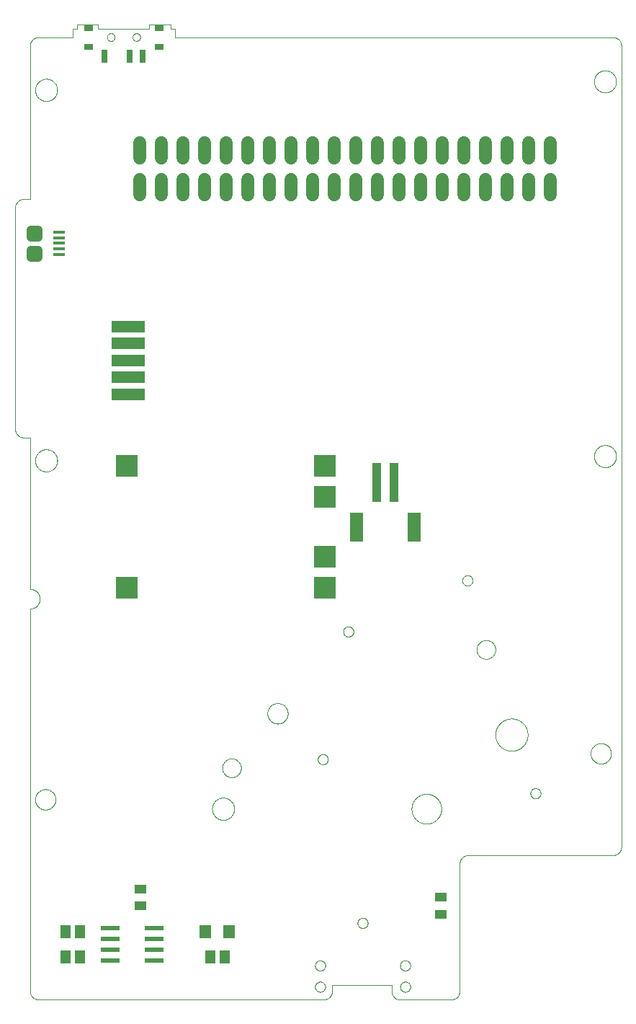
<source format=gbp>
G75*
%MOIN*%
%OFA0B0*%
%FSLAX25Y25*%
%IPPOS*%
%LPD*%
%AMOC8*
5,1,8,0,0,1.08239X$1,22.5*
%
%ADD10C,0.00000*%
%ADD11C,0.00039*%
%ADD12C,0.06000*%
%ADD13R,0.10000X0.10000*%
%ADD14R,0.03937X0.03150*%
%ADD15R,0.02756X0.05906*%
%ADD16R,0.08661X0.02362*%
%ADD17R,0.05118X0.05906*%
%ADD18R,0.15748X0.05512*%
%ADD19R,0.03937X0.18110*%
%ADD20R,0.06299X0.13386*%
%ADD21C,0.03740*%
%ADD22R,0.05315X0.01575*%
%ADD23R,0.05512X0.06299*%
%ADD24R,0.05512X0.04331*%
D10*
X0020725Y0023079D02*
X0020725Y0199850D01*
X0020858Y0199852D01*
X0020991Y0199858D01*
X0021123Y0199868D01*
X0021256Y0199881D01*
X0021387Y0199899D01*
X0021519Y0199920D01*
X0021649Y0199945D01*
X0021779Y0199974D01*
X0021908Y0200007D01*
X0022035Y0200044D01*
X0022162Y0200084D01*
X0022288Y0200128D01*
X0022412Y0200176D01*
X0022534Y0200227D01*
X0022655Y0200282D01*
X0022775Y0200341D01*
X0022892Y0200402D01*
X0023008Y0200468D01*
X0023122Y0200536D01*
X0023234Y0200608D01*
X0023343Y0200684D01*
X0023451Y0200762D01*
X0023556Y0200844D01*
X0023658Y0200928D01*
X0023758Y0201016D01*
X0023856Y0201106D01*
X0023950Y0201200D01*
X0024042Y0201296D01*
X0024131Y0201395D01*
X0024217Y0201496D01*
X0024300Y0201600D01*
X0024380Y0201706D01*
X0024457Y0201814D01*
X0024531Y0201925D01*
X0024601Y0202038D01*
X0024668Y0202152D01*
X0024732Y0202269D01*
X0024792Y0202388D01*
X0024849Y0202508D01*
X0024902Y0202630D01*
X0024951Y0202753D01*
X0024997Y0202878D01*
X0025040Y0203004D01*
X0025078Y0203131D01*
X0025113Y0203260D01*
X0025144Y0203389D01*
X0025171Y0203519D01*
X0025194Y0203650D01*
X0025214Y0203781D01*
X0025229Y0203914D01*
X0025241Y0204046D01*
X0025249Y0204179D01*
X0025253Y0204312D01*
X0025253Y0204444D01*
X0025249Y0204577D01*
X0025241Y0204710D01*
X0025229Y0204842D01*
X0025214Y0204975D01*
X0025194Y0205106D01*
X0025171Y0205237D01*
X0025144Y0205367D01*
X0025113Y0205496D01*
X0025078Y0205625D01*
X0025040Y0205752D01*
X0024997Y0205878D01*
X0024951Y0206003D01*
X0024902Y0206126D01*
X0024849Y0206248D01*
X0024792Y0206368D01*
X0024732Y0206487D01*
X0024668Y0206604D01*
X0024601Y0206718D01*
X0024531Y0206831D01*
X0024457Y0206942D01*
X0024380Y0207050D01*
X0024300Y0207156D01*
X0024217Y0207260D01*
X0024131Y0207361D01*
X0024042Y0207460D01*
X0023950Y0207556D01*
X0023856Y0207650D01*
X0023758Y0207740D01*
X0023658Y0207828D01*
X0023556Y0207912D01*
X0023451Y0207994D01*
X0023343Y0208072D01*
X0023234Y0208148D01*
X0023122Y0208220D01*
X0023008Y0208288D01*
X0022892Y0208354D01*
X0022775Y0208415D01*
X0022655Y0208474D01*
X0022534Y0208529D01*
X0022412Y0208580D01*
X0022288Y0208628D01*
X0022162Y0208672D01*
X0022035Y0208712D01*
X0021908Y0208749D01*
X0021779Y0208782D01*
X0021649Y0208811D01*
X0021519Y0208836D01*
X0021387Y0208857D01*
X0021256Y0208875D01*
X0021123Y0208888D01*
X0020991Y0208898D01*
X0020858Y0208904D01*
X0020725Y0208906D01*
X0020725Y0278984D01*
X0017772Y0278984D01*
X0017648Y0278986D01*
X0017525Y0278992D01*
X0017401Y0279001D01*
X0017279Y0279015D01*
X0017156Y0279032D01*
X0017034Y0279054D01*
X0016913Y0279079D01*
X0016793Y0279108D01*
X0016674Y0279140D01*
X0016555Y0279177D01*
X0016438Y0279217D01*
X0016323Y0279260D01*
X0016208Y0279308D01*
X0016096Y0279359D01*
X0015985Y0279413D01*
X0015875Y0279471D01*
X0015768Y0279532D01*
X0015662Y0279597D01*
X0015559Y0279665D01*
X0015458Y0279736D01*
X0015359Y0279810D01*
X0015262Y0279887D01*
X0015168Y0279968D01*
X0015077Y0280051D01*
X0014988Y0280137D01*
X0014902Y0280226D01*
X0014819Y0280317D01*
X0014738Y0280411D01*
X0014661Y0280508D01*
X0014587Y0280607D01*
X0014516Y0280708D01*
X0014448Y0280811D01*
X0014383Y0280917D01*
X0014322Y0281024D01*
X0014264Y0281134D01*
X0014210Y0281245D01*
X0014159Y0281357D01*
X0014111Y0281472D01*
X0014068Y0281587D01*
X0014028Y0281704D01*
X0013991Y0281823D01*
X0013959Y0281942D01*
X0013930Y0282062D01*
X0013905Y0282183D01*
X0013883Y0282305D01*
X0013866Y0282428D01*
X0013852Y0282550D01*
X0013843Y0282674D01*
X0013837Y0282797D01*
X0013835Y0282921D01*
X0013835Y0385283D01*
X0013837Y0385407D01*
X0013843Y0385530D01*
X0013852Y0385654D01*
X0013866Y0385776D01*
X0013883Y0385899D01*
X0013905Y0386021D01*
X0013930Y0386142D01*
X0013959Y0386262D01*
X0013991Y0386381D01*
X0014028Y0386500D01*
X0014068Y0386617D01*
X0014111Y0386732D01*
X0014159Y0386847D01*
X0014210Y0386959D01*
X0014264Y0387070D01*
X0014322Y0387180D01*
X0014383Y0387287D01*
X0014448Y0387393D01*
X0014516Y0387496D01*
X0014587Y0387597D01*
X0014661Y0387696D01*
X0014738Y0387793D01*
X0014819Y0387887D01*
X0014902Y0387978D01*
X0014988Y0388067D01*
X0015077Y0388153D01*
X0015168Y0388236D01*
X0015262Y0388317D01*
X0015359Y0388394D01*
X0015458Y0388468D01*
X0015559Y0388539D01*
X0015662Y0388607D01*
X0015768Y0388672D01*
X0015875Y0388733D01*
X0015985Y0388791D01*
X0016096Y0388845D01*
X0016208Y0388896D01*
X0016323Y0388944D01*
X0016438Y0388987D01*
X0016555Y0389027D01*
X0016674Y0389064D01*
X0016793Y0389096D01*
X0016913Y0389125D01*
X0017034Y0389150D01*
X0017156Y0389172D01*
X0017279Y0389189D01*
X0017401Y0389203D01*
X0017525Y0389212D01*
X0017648Y0389218D01*
X0017772Y0389220D01*
X0020725Y0389220D01*
X0020725Y0460087D01*
X0020727Y0460211D01*
X0020733Y0460334D01*
X0020742Y0460458D01*
X0020756Y0460580D01*
X0020773Y0460703D01*
X0020795Y0460825D01*
X0020820Y0460946D01*
X0020849Y0461066D01*
X0020881Y0461185D01*
X0020918Y0461304D01*
X0020958Y0461421D01*
X0021001Y0461536D01*
X0021049Y0461651D01*
X0021100Y0461763D01*
X0021154Y0461874D01*
X0021212Y0461984D01*
X0021273Y0462091D01*
X0021338Y0462197D01*
X0021406Y0462300D01*
X0021477Y0462401D01*
X0021551Y0462500D01*
X0021628Y0462597D01*
X0021709Y0462691D01*
X0021792Y0462782D01*
X0021878Y0462871D01*
X0021967Y0462957D01*
X0022058Y0463040D01*
X0022152Y0463121D01*
X0022249Y0463198D01*
X0022348Y0463272D01*
X0022449Y0463343D01*
X0022552Y0463411D01*
X0022658Y0463476D01*
X0022765Y0463537D01*
X0022875Y0463595D01*
X0022986Y0463649D01*
X0023098Y0463700D01*
X0023213Y0463748D01*
X0023328Y0463791D01*
X0023445Y0463831D01*
X0023564Y0463868D01*
X0023683Y0463900D01*
X0023803Y0463929D01*
X0023924Y0463954D01*
X0024046Y0463976D01*
X0024169Y0463993D01*
X0024291Y0464007D01*
X0024415Y0464016D01*
X0024538Y0464022D01*
X0024662Y0464024D01*
X0040410Y0464024D01*
X0040410Y0467961D01*
X0042379Y0467961D01*
X0042379Y0469929D01*
X0052221Y0469929D01*
X0052221Y0467961D01*
X0075843Y0467961D01*
X0075843Y0469929D01*
X0085686Y0469929D01*
X0085686Y0467961D01*
X0087654Y0467961D01*
X0087654Y0464024D01*
X0290410Y0464024D01*
X0290534Y0464022D01*
X0290657Y0464016D01*
X0290781Y0464007D01*
X0290903Y0463993D01*
X0291026Y0463976D01*
X0291148Y0463954D01*
X0291269Y0463929D01*
X0291389Y0463900D01*
X0291508Y0463868D01*
X0291627Y0463831D01*
X0291744Y0463791D01*
X0291859Y0463748D01*
X0291974Y0463700D01*
X0292086Y0463649D01*
X0292197Y0463595D01*
X0292307Y0463537D01*
X0292414Y0463476D01*
X0292520Y0463411D01*
X0292623Y0463343D01*
X0292724Y0463272D01*
X0292823Y0463198D01*
X0292920Y0463121D01*
X0293014Y0463040D01*
X0293105Y0462957D01*
X0293194Y0462871D01*
X0293280Y0462782D01*
X0293363Y0462691D01*
X0293444Y0462597D01*
X0293521Y0462500D01*
X0293595Y0462401D01*
X0293666Y0462300D01*
X0293734Y0462197D01*
X0293799Y0462091D01*
X0293860Y0461984D01*
X0293918Y0461874D01*
X0293972Y0461763D01*
X0294023Y0461651D01*
X0294071Y0461536D01*
X0294114Y0461421D01*
X0294154Y0461304D01*
X0294191Y0461185D01*
X0294223Y0461066D01*
X0294252Y0460946D01*
X0294277Y0460825D01*
X0294299Y0460703D01*
X0294316Y0460580D01*
X0294330Y0460458D01*
X0294339Y0460334D01*
X0294345Y0460211D01*
X0294347Y0460087D01*
X0294347Y0089811D01*
X0294345Y0089687D01*
X0294339Y0089564D01*
X0294330Y0089440D01*
X0294316Y0089318D01*
X0294299Y0089195D01*
X0294277Y0089073D01*
X0294252Y0088952D01*
X0294223Y0088832D01*
X0294191Y0088713D01*
X0294154Y0088594D01*
X0294114Y0088477D01*
X0294071Y0088362D01*
X0294023Y0088247D01*
X0293972Y0088135D01*
X0293918Y0088024D01*
X0293860Y0087914D01*
X0293799Y0087807D01*
X0293734Y0087701D01*
X0293666Y0087598D01*
X0293595Y0087497D01*
X0293521Y0087398D01*
X0293444Y0087301D01*
X0293363Y0087207D01*
X0293280Y0087116D01*
X0293194Y0087027D01*
X0293105Y0086941D01*
X0293014Y0086858D01*
X0292920Y0086777D01*
X0292823Y0086700D01*
X0292724Y0086626D01*
X0292623Y0086555D01*
X0292520Y0086487D01*
X0292414Y0086422D01*
X0292307Y0086361D01*
X0292197Y0086303D01*
X0292086Y0086249D01*
X0291974Y0086198D01*
X0291859Y0086150D01*
X0291744Y0086107D01*
X0291627Y0086067D01*
X0291508Y0086030D01*
X0291389Y0085998D01*
X0291269Y0085969D01*
X0291148Y0085944D01*
X0291026Y0085922D01*
X0290903Y0085905D01*
X0290781Y0085891D01*
X0290657Y0085882D01*
X0290534Y0085876D01*
X0290410Y0085874D01*
X0223481Y0085874D01*
X0223357Y0085872D01*
X0223234Y0085866D01*
X0223110Y0085857D01*
X0222988Y0085843D01*
X0222865Y0085826D01*
X0222743Y0085804D01*
X0222622Y0085779D01*
X0222502Y0085750D01*
X0222383Y0085718D01*
X0222264Y0085681D01*
X0222147Y0085641D01*
X0222032Y0085598D01*
X0221917Y0085550D01*
X0221805Y0085499D01*
X0221694Y0085445D01*
X0221584Y0085387D01*
X0221477Y0085326D01*
X0221371Y0085261D01*
X0221268Y0085193D01*
X0221167Y0085122D01*
X0221068Y0085048D01*
X0220971Y0084971D01*
X0220877Y0084890D01*
X0220786Y0084807D01*
X0220697Y0084721D01*
X0220611Y0084632D01*
X0220528Y0084541D01*
X0220447Y0084447D01*
X0220370Y0084350D01*
X0220296Y0084251D01*
X0220225Y0084150D01*
X0220157Y0084047D01*
X0220092Y0083941D01*
X0220031Y0083834D01*
X0219973Y0083724D01*
X0219919Y0083613D01*
X0219868Y0083501D01*
X0219820Y0083386D01*
X0219777Y0083271D01*
X0219737Y0083154D01*
X0219700Y0083035D01*
X0219668Y0082916D01*
X0219639Y0082796D01*
X0219614Y0082675D01*
X0219592Y0082553D01*
X0219575Y0082430D01*
X0219561Y0082308D01*
X0219552Y0082184D01*
X0219546Y0082061D01*
X0219544Y0081937D01*
X0219544Y0023079D01*
X0219542Y0022955D01*
X0219536Y0022832D01*
X0219527Y0022708D01*
X0219513Y0022586D01*
X0219496Y0022463D01*
X0219474Y0022341D01*
X0219449Y0022220D01*
X0219420Y0022100D01*
X0219388Y0021981D01*
X0219351Y0021862D01*
X0219311Y0021745D01*
X0219268Y0021630D01*
X0219220Y0021515D01*
X0219169Y0021403D01*
X0219115Y0021292D01*
X0219057Y0021182D01*
X0218996Y0021075D01*
X0218931Y0020969D01*
X0218863Y0020866D01*
X0218792Y0020765D01*
X0218718Y0020666D01*
X0218641Y0020569D01*
X0218560Y0020475D01*
X0218477Y0020384D01*
X0218391Y0020295D01*
X0218302Y0020209D01*
X0218211Y0020126D01*
X0218117Y0020045D01*
X0218020Y0019968D01*
X0217921Y0019894D01*
X0217820Y0019823D01*
X0217717Y0019755D01*
X0217611Y0019690D01*
X0217504Y0019629D01*
X0217394Y0019571D01*
X0217283Y0019517D01*
X0217171Y0019466D01*
X0217056Y0019418D01*
X0216941Y0019375D01*
X0216824Y0019335D01*
X0216705Y0019298D01*
X0216586Y0019266D01*
X0216466Y0019237D01*
X0216345Y0019212D01*
X0216223Y0019190D01*
X0216100Y0019173D01*
X0215978Y0019159D01*
X0215854Y0019150D01*
X0215731Y0019144D01*
X0215607Y0019142D01*
X0191985Y0019142D01*
X0191861Y0019144D01*
X0191738Y0019150D01*
X0191614Y0019159D01*
X0191492Y0019173D01*
X0191369Y0019190D01*
X0191247Y0019212D01*
X0191126Y0019237D01*
X0191006Y0019266D01*
X0190887Y0019298D01*
X0190768Y0019335D01*
X0190651Y0019375D01*
X0190536Y0019418D01*
X0190421Y0019466D01*
X0190309Y0019517D01*
X0190198Y0019571D01*
X0190088Y0019629D01*
X0189981Y0019690D01*
X0189875Y0019755D01*
X0189772Y0019823D01*
X0189671Y0019894D01*
X0189572Y0019968D01*
X0189475Y0020045D01*
X0189381Y0020126D01*
X0189290Y0020209D01*
X0189201Y0020295D01*
X0189115Y0020384D01*
X0189032Y0020475D01*
X0188951Y0020569D01*
X0188874Y0020666D01*
X0188800Y0020765D01*
X0188729Y0020866D01*
X0188661Y0020969D01*
X0188596Y0021075D01*
X0188535Y0021182D01*
X0188477Y0021292D01*
X0188423Y0021403D01*
X0188372Y0021515D01*
X0188324Y0021630D01*
X0188281Y0021745D01*
X0188241Y0021862D01*
X0188204Y0021981D01*
X0188172Y0022100D01*
X0188143Y0022220D01*
X0188118Y0022341D01*
X0188096Y0022463D01*
X0188079Y0022586D01*
X0188065Y0022708D01*
X0188056Y0022832D01*
X0188050Y0022955D01*
X0188048Y0023079D01*
X0188048Y0026031D01*
X0160489Y0026031D01*
X0160489Y0023079D01*
X0160487Y0022955D01*
X0160481Y0022832D01*
X0160472Y0022708D01*
X0160458Y0022586D01*
X0160441Y0022463D01*
X0160419Y0022341D01*
X0160394Y0022220D01*
X0160365Y0022100D01*
X0160333Y0021981D01*
X0160296Y0021862D01*
X0160256Y0021745D01*
X0160213Y0021630D01*
X0160165Y0021515D01*
X0160114Y0021403D01*
X0160060Y0021292D01*
X0160002Y0021182D01*
X0159941Y0021075D01*
X0159876Y0020969D01*
X0159808Y0020866D01*
X0159737Y0020765D01*
X0159663Y0020666D01*
X0159586Y0020569D01*
X0159505Y0020475D01*
X0159422Y0020384D01*
X0159336Y0020295D01*
X0159247Y0020209D01*
X0159156Y0020126D01*
X0159062Y0020045D01*
X0158965Y0019968D01*
X0158866Y0019894D01*
X0158765Y0019823D01*
X0158662Y0019755D01*
X0158556Y0019690D01*
X0158449Y0019629D01*
X0158339Y0019571D01*
X0158228Y0019517D01*
X0158116Y0019466D01*
X0158001Y0019418D01*
X0157886Y0019375D01*
X0157769Y0019335D01*
X0157650Y0019298D01*
X0157531Y0019266D01*
X0157411Y0019237D01*
X0157290Y0019212D01*
X0157168Y0019190D01*
X0157045Y0019173D01*
X0156923Y0019159D01*
X0156799Y0019150D01*
X0156676Y0019144D01*
X0156552Y0019142D01*
X0024662Y0019142D01*
X0024538Y0019144D01*
X0024415Y0019150D01*
X0024291Y0019159D01*
X0024169Y0019173D01*
X0024046Y0019190D01*
X0023924Y0019212D01*
X0023803Y0019237D01*
X0023683Y0019266D01*
X0023564Y0019298D01*
X0023445Y0019335D01*
X0023328Y0019375D01*
X0023213Y0019418D01*
X0023098Y0019466D01*
X0022986Y0019517D01*
X0022875Y0019571D01*
X0022765Y0019629D01*
X0022658Y0019690D01*
X0022552Y0019755D01*
X0022449Y0019823D01*
X0022348Y0019894D01*
X0022249Y0019968D01*
X0022152Y0020045D01*
X0022058Y0020126D01*
X0021967Y0020209D01*
X0021878Y0020295D01*
X0021792Y0020384D01*
X0021709Y0020475D01*
X0021628Y0020569D01*
X0021551Y0020666D01*
X0021477Y0020765D01*
X0021406Y0020866D01*
X0021338Y0020969D01*
X0021273Y0021075D01*
X0021212Y0021182D01*
X0021154Y0021292D01*
X0021100Y0021403D01*
X0021049Y0021515D01*
X0021001Y0021630D01*
X0020958Y0021745D01*
X0020918Y0021862D01*
X0020881Y0021981D01*
X0020849Y0022100D01*
X0020820Y0022220D01*
X0020795Y0022341D01*
X0020773Y0022463D01*
X0020756Y0022586D01*
X0020742Y0022708D01*
X0020733Y0022832D01*
X0020727Y0022955D01*
X0020725Y0023079D01*
X0152615Y0025047D02*
X0152617Y0025144D01*
X0152623Y0025241D01*
X0152633Y0025337D01*
X0152647Y0025433D01*
X0152665Y0025529D01*
X0152686Y0025623D01*
X0152712Y0025717D01*
X0152741Y0025809D01*
X0152775Y0025900D01*
X0152811Y0025990D01*
X0152852Y0026078D01*
X0152896Y0026164D01*
X0152944Y0026249D01*
X0152995Y0026331D01*
X0153049Y0026412D01*
X0153107Y0026490D01*
X0153168Y0026565D01*
X0153231Y0026638D01*
X0153298Y0026709D01*
X0153368Y0026776D01*
X0153440Y0026841D01*
X0153515Y0026902D01*
X0153593Y0026961D01*
X0153672Y0027016D01*
X0153754Y0027068D01*
X0153838Y0027116D01*
X0153924Y0027161D01*
X0154012Y0027203D01*
X0154101Y0027241D01*
X0154192Y0027275D01*
X0154284Y0027305D01*
X0154377Y0027332D01*
X0154472Y0027354D01*
X0154567Y0027373D01*
X0154663Y0027388D01*
X0154759Y0027399D01*
X0154856Y0027406D01*
X0154953Y0027409D01*
X0155050Y0027408D01*
X0155147Y0027403D01*
X0155243Y0027394D01*
X0155339Y0027381D01*
X0155435Y0027364D01*
X0155530Y0027343D01*
X0155623Y0027319D01*
X0155716Y0027290D01*
X0155808Y0027258D01*
X0155898Y0027222D01*
X0155986Y0027183D01*
X0156073Y0027139D01*
X0156158Y0027093D01*
X0156241Y0027042D01*
X0156322Y0026989D01*
X0156400Y0026932D01*
X0156477Y0026872D01*
X0156550Y0026809D01*
X0156621Y0026743D01*
X0156689Y0026674D01*
X0156755Y0026602D01*
X0156817Y0026528D01*
X0156876Y0026451D01*
X0156932Y0026372D01*
X0156985Y0026290D01*
X0157035Y0026207D01*
X0157080Y0026121D01*
X0157123Y0026034D01*
X0157162Y0025945D01*
X0157197Y0025855D01*
X0157228Y0025763D01*
X0157255Y0025670D01*
X0157279Y0025576D01*
X0157299Y0025481D01*
X0157315Y0025385D01*
X0157327Y0025289D01*
X0157335Y0025192D01*
X0157339Y0025095D01*
X0157339Y0024999D01*
X0157335Y0024902D01*
X0157327Y0024805D01*
X0157315Y0024709D01*
X0157299Y0024613D01*
X0157279Y0024518D01*
X0157255Y0024424D01*
X0157228Y0024331D01*
X0157197Y0024239D01*
X0157162Y0024149D01*
X0157123Y0024060D01*
X0157080Y0023973D01*
X0157035Y0023887D01*
X0156985Y0023804D01*
X0156932Y0023722D01*
X0156876Y0023643D01*
X0156817Y0023566D01*
X0156755Y0023492D01*
X0156689Y0023420D01*
X0156621Y0023351D01*
X0156550Y0023285D01*
X0156477Y0023222D01*
X0156400Y0023162D01*
X0156322Y0023105D01*
X0156241Y0023052D01*
X0156158Y0023001D01*
X0156073Y0022955D01*
X0155986Y0022911D01*
X0155898Y0022872D01*
X0155808Y0022836D01*
X0155716Y0022804D01*
X0155623Y0022775D01*
X0155530Y0022751D01*
X0155435Y0022730D01*
X0155339Y0022713D01*
X0155243Y0022700D01*
X0155147Y0022691D01*
X0155050Y0022686D01*
X0154953Y0022685D01*
X0154856Y0022688D01*
X0154759Y0022695D01*
X0154663Y0022706D01*
X0154567Y0022721D01*
X0154472Y0022740D01*
X0154377Y0022762D01*
X0154284Y0022789D01*
X0154192Y0022819D01*
X0154101Y0022853D01*
X0154012Y0022891D01*
X0153924Y0022933D01*
X0153838Y0022978D01*
X0153754Y0023026D01*
X0153672Y0023078D01*
X0153593Y0023133D01*
X0153515Y0023192D01*
X0153440Y0023253D01*
X0153368Y0023318D01*
X0153298Y0023385D01*
X0153231Y0023456D01*
X0153168Y0023529D01*
X0153107Y0023604D01*
X0153049Y0023682D01*
X0152995Y0023763D01*
X0152944Y0023845D01*
X0152896Y0023930D01*
X0152852Y0024016D01*
X0152811Y0024104D01*
X0152775Y0024194D01*
X0152741Y0024285D01*
X0152712Y0024377D01*
X0152686Y0024471D01*
X0152665Y0024565D01*
X0152647Y0024661D01*
X0152633Y0024757D01*
X0152623Y0024853D01*
X0152617Y0024950D01*
X0152615Y0025047D01*
X0152615Y0034890D02*
X0152617Y0034987D01*
X0152623Y0035084D01*
X0152633Y0035180D01*
X0152647Y0035276D01*
X0152665Y0035372D01*
X0152686Y0035466D01*
X0152712Y0035560D01*
X0152741Y0035652D01*
X0152775Y0035743D01*
X0152811Y0035833D01*
X0152852Y0035921D01*
X0152896Y0036007D01*
X0152944Y0036092D01*
X0152995Y0036174D01*
X0153049Y0036255D01*
X0153107Y0036333D01*
X0153168Y0036408D01*
X0153231Y0036481D01*
X0153298Y0036552D01*
X0153368Y0036619D01*
X0153440Y0036684D01*
X0153515Y0036745D01*
X0153593Y0036804D01*
X0153672Y0036859D01*
X0153754Y0036911D01*
X0153838Y0036959D01*
X0153924Y0037004D01*
X0154012Y0037046D01*
X0154101Y0037084D01*
X0154192Y0037118D01*
X0154284Y0037148D01*
X0154377Y0037175D01*
X0154472Y0037197D01*
X0154567Y0037216D01*
X0154663Y0037231D01*
X0154759Y0037242D01*
X0154856Y0037249D01*
X0154953Y0037252D01*
X0155050Y0037251D01*
X0155147Y0037246D01*
X0155243Y0037237D01*
X0155339Y0037224D01*
X0155435Y0037207D01*
X0155530Y0037186D01*
X0155623Y0037162D01*
X0155716Y0037133D01*
X0155808Y0037101D01*
X0155898Y0037065D01*
X0155986Y0037026D01*
X0156073Y0036982D01*
X0156158Y0036936D01*
X0156241Y0036885D01*
X0156322Y0036832D01*
X0156400Y0036775D01*
X0156477Y0036715D01*
X0156550Y0036652D01*
X0156621Y0036586D01*
X0156689Y0036517D01*
X0156755Y0036445D01*
X0156817Y0036371D01*
X0156876Y0036294D01*
X0156932Y0036215D01*
X0156985Y0036133D01*
X0157035Y0036050D01*
X0157080Y0035964D01*
X0157123Y0035877D01*
X0157162Y0035788D01*
X0157197Y0035698D01*
X0157228Y0035606D01*
X0157255Y0035513D01*
X0157279Y0035419D01*
X0157299Y0035324D01*
X0157315Y0035228D01*
X0157327Y0035132D01*
X0157335Y0035035D01*
X0157339Y0034938D01*
X0157339Y0034842D01*
X0157335Y0034745D01*
X0157327Y0034648D01*
X0157315Y0034552D01*
X0157299Y0034456D01*
X0157279Y0034361D01*
X0157255Y0034267D01*
X0157228Y0034174D01*
X0157197Y0034082D01*
X0157162Y0033992D01*
X0157123Y0033903D01*
X0157080Y0033816D01*
X0157035Y0033730D01*
X0156985Y0033647D01*
X0156932Y0033565D01*
X0156876Y0033486D01*
X0156817Y0033409D01*
X0156755Y0033335D01*
X0156689Y0033263D01*
X0156621Y0033194D01*
X0156550Y0033128D01*
X0156477Y0033065D01*
X0156400Y0033005D01*
X0156322Y0032948D01*
X0156241Y0032895D01*
X0156158Y0032844D01*
X0156073Y0032798D01*
X0155986Y0032754D01*
X0155898Y0032715D01*
X0155808Y0032679D01*
X0155716Y0032647D01*
X0155623Y0032618D01*
X0155530Y0032594D01*
X0155435Y0032573D01*
X0155339Y0032556D01*
X0155243Y0032543D01*
X0155147Y0032534D01*
X0155050Y0032529D01*
X0154953Y0032528D01*
X0154856Y0032531D01*
X0154759Y0032538D01*
X0154663Y0032549D01*
X0154567Y0032564D01*
X0154472Y0032583D01*
X0154377Y0032605D01*
X0154284Y0032632D01*
X0154192Y0032662D01*
X0154101Y0032696D01*
X0154012Y0032734D01*
X0153924Y0032776D01*
X0153838Y0032821D01*
X0153754Y0032869D01*
X0153672Y0032921D01*
X0153593Y0032976D01*
X0153515Y0033035D01*
X0153440Y0033096D01*
X0153368Y0033161D01*
X0153298Y0033228D01*
X0153231Y0033299D01*
X0153168Y0033372D01*
X0153107Y0033447D01*
X0153049Y0033525D01*
X0152995Y0033606D01*
X0152944Y0033688D01*
X0152896Y0033773D01*
X0152852Y0033859D01*
X0152811Y0033947D01*
X0152775Y0034037D01*
X0152741Y0034128D01*
X0152712Y0034220D01*
X0152686Y0034314D01*
X0152665Y0034408D01*
X0152647Y0034504D01*
X0152633Y0034600D01*
X0152623Y0034696D01*
X0152617Y0034793D01*
X0152615Y0034890D01*
X0172300Y0054575D02*
X0172302Y0054672D01*
X0172308Y0054769D01*
X0172318Y0054865D01*
X0172332Y0054961D01*
X0172350Y0055057D01*
X0172371Y0055151D01*
X0172397Y0055245D01*
X0172426Y0055337D01*
X0172460Y0055428D01*
X0172496Y0055518D01*
X0172537Y0055606D01*
X0172581Y0055692D01*
X0172629Y0055777D01*
X0172680Y0055859D01*
X0172734Y0055940D01*
X0172792Y0056018D01*
X0172853Y0056093D01*
X0172916Y0056166D01*
X0172983Y0056237D01*
X0173053Y0056304D01*
X0173125Y0056369D01*
X0173200Y0056430D01*
X0173278Y0056489D01*
X0173357Y0056544D01*
X0173439Y0056596D01*
X0173523Y0056644D01*
X0173609Y0056689D01*
X0173697Y0056731D01*
X0173786Y0056769D01*
X0173877Y0056803D01*
X0173969Y0056833D01*
X0174062Y0056860D01*
X0174157Y0056882D01*
X0174252Y0056901D01*
X0174348Y0056916D01*
X0174444Y0056927D01*
X0174541Y0056934D01*
X0174638Y0056937D01*
X0174735Y0056936D01*
X0174832Y0056931D01*
X0174928Y0056922D01*
X0175024Y0056909D01*
X0175120Y0056892D01*
X0175215Y0056871D01*
X0175308Y0056847D01*
X0175401Y0056818D01*
X0175493Y0056786D01*
X0175583Y0056750D01*
X0175671Y0056711D01*
X0175758Y0056667D01*
X0175843Y0056621D01*
X0175926Y0056570D01*
X0176007Y0056517D01*
X0176085Y0056460D01*
X0176162Y0056400D01*
X0176235Y0056337D01*
X0176306Y0056271D01*
X0176374Y0056202D01*
X0176440Y0056130D01*
X0176502Y0056056D01*
X0176561Y0055979D01*
X0176617Y0055900D01*
X0176670Y0055818D01*
X0176720Y0055735D01*
X0176765Y0055649D01*
X0176808Y0055562D01*
X0176847Y0055473D01*
X0176882Y0055383D01*
X0176913Y0055291D01*
X0176940Y0055198D01*
X0176964Y0055104D01*
X0176984Y0055009D01*
X0177000Y0054913D01*
X0177012Y0054817D01*
X0177020Y0054720D01*
X0177024Y0054623D01*
X0177024Y0054527D01*
X0177020Y0054430D01*
X0177012Y0054333D01*
X0177000Y0054237D01*
X0176984Y0054141D01*
X0176964Y0054046D01*
X0176940Y0053952D01*
X0176913Y0053859D01*
X0176882Y0053767D01*
X0176847Y0053677D01*
X0176808Y0053588D01*
X0176765Y0053501D01*
X0176720Y0053415D01*
X0176670Y0053332D01*
X0176617Y0053250D01*
X0176561Y0053171D01*
X0176502Y0053094D01*
X0176440Y0053020D01*
X0176374Y0052948D01*
X0176306Y0052879D01*
X0176235Y0052813D01*
X0176162Y0052750D01*
X0176085Y0052690D01*
X0176007Y0052633D01*
X0175926Y0052580D01*
X0175843Y0052529D01*
X0175758Y0052483D01*
X0175671Y0052439D01*
X0175583Y0052400D01*
X0175493Y0052364D01*
X0175401Y0052332D01*
X0175308Y0052303D01*
X0175215Y0052279D01*
X0175120Y0052258D01*
X0175024Y0052241D01*
X0174928Y0052228D01*
X0174832Y0052219D01*
X0174735Y0052214D01*
X0174638Y0052213D01*
X0174541Y0052216D01*
X0174444Y0052223D01*
X0174348Y0052234D01*
X0174252Y0052249D01*
X0174157Y0052268D01*
X0174062Y0052290D01*
X0173969Y0052317D01*
X0173877Y0052347D01*
X0173786Y0052381D01*
X0173697Y0052419D01*
X0173609Y0052461D01*
X0173523Y0052506D01*
X0173439Y0052554D01*
X0173357Y0052606D01*
X0173278Y0052661D01*
X0173200Y0052720D01*
X0173125Y0052781D01*
X0173053Y0052846D01*
X0172983Y0052913D01*
X0172916Y0052984D01*
X0172853Y0053057D01*
X0172792Y0053132D01*
X0172734Y0053210D01*
X0172680Y0053291D01*
X0172629Y0053373D01*
X0172581Y0053458D01*
X0172537Y0053544D01*
X0172496Y0053632D01*
X0172460Y0053722D01*
X0172426Y0053813D01*
X0172397Y0053905D01*
X0172371Y0053999D01*
X0172350Y0054093D01*
X0172332Y0054189D01*
X0172318Y0054285D01*
X0172308Y0054381D01*
X0172302Y0054478D01*
X0172300Y0054575D01*
X0191985Y0034890D02*
X0191987Y0034987D01*
X0191993Y0035084D01*
X0192003Y0035180D01*
X0192017Y0035276D01*
X0192035Y0035372D01*
X0192056Y0035466D01*
X0192082Y0035560D01*
X0192111Y0035652D01*
X0192145Y0035743D01*
X0192181Y0035833D01*
X0192222Y0035921D01*
X0192266Y0036007D01*
X0192314Y0036092D01*
X0192365Y0036174D01*
X0192419Y0036255D01*
X0192477Y0036333D01*
X0192538Y0036408D01*
X0192601Y0036481D01*
X0192668Y0036552D01*
X0192738Y0036619D01*
X0192810Y0036684D01*
X0192885Y0036745D01*
X0192963Y0036804D01*
X0193042Y0036859D01*
X0193124Y0036911D01*
X0193208Y0036959D01*
X0193294Y0037004D01*
X0193382Y0037046D01*
X0193471Y0037084D01*
X0193562Y0037118D01*
X0193654Y0037148D01*
X0193747Y0037175D01*
X0193842Y0037197D01*
X0193937Y0037216D01*
X0194033Y0037231D01*
X0194129Y0037242D01*
X0194226Y0037249D01*
X0194323Y0037252D01*
X0194420Y0037251D01*
X0194517Y0037246D01*
X0194613Y0037237D01*
X0194709Y0037224D01*
X0194805Y0037207D01*
X0194900Y0037186D01*
X0194993Y0037162D01*
X0195086Y0037133D01*
X0195178Y0037101D01*
X0195268Y0037065D01*
X0195356Y0037026D01*
X0195443Y0036982D01*
X0195528Y0036936D01*
X0195611Y0036885D01*
X0195692Y0036832D01*
X0195770Y0036775D01*
X0195847Y0036715D01*
X0195920Y0036652D01*
X0195991Y0036586D01*
X0196059Y0036517D01*
X0196125Y0036445D01*
X0196187Y0036371D01*
X0196246Y0036294D01*
X0196302Y0036215D01*
X0196355Y0036133D01*
X0196405Y0036050D01*
X0196450Y0035964D01*
X0196493Y0035877D01*
X0196532Y0035788D01*
X0196567Y0035698D01*
X0196598Y0035606D01*
X0196625Y0035513D01*
X0196649Y0035419D01*
X0196669Y0035324D01*
X0196685Y0035228D01*
X0196697Y0035132D01*
X0196705Y0035035D01*
X0196709Y0034938D01*
X0196709Y0034842D01*
X0196705Y0034745D01*
X0196697Y0034648D01*
X0196685Y0034552D01*
X0196669Y0034456D01*
X0196649Y0034361D01*
X0196625Y0034267D01*
X0196598Y0034174D01*
X0196567Y0034082D01*
X0196532Y0033992D01*
X0196493Y0033903D01*
X0196450Y0033816D01*
X0196405Y0033730D01*
X0196355Y0033647D01*
X0196302Y0033565D01*
X0196246Y0033486D01*
X0196187Y0033409D01*
X0196125Y0033335D01*
X0196059Y0033263D01*
X0195991Y0033194D01*
X0195920Y0033128D01*
X0195847Y0033065D01*
X0195770Y0033005D01*
X0195692Y0032948D01*
X0195611Y0032895D01*
X0195528Y0032844D01*
X0195443Y0032798D01*
X0195356Y0032754D01*
X0195268Y0032715D01*
X0195178Y0032679D01*
X0195086Y0032647D01*
X0194993Y0032618D01*
X0194900Y0032594D01*
X0194805Y0032573D01*
X0194709Y0032556D01*
X0194613Y0032543D01*
X0194517Y0032534D01*
X0194420Y0032529D01*
X0194323Y0032528D01*
X0194226Y0032531D01*
X0194129Y0032538D01*
X0194033Y0032549D01*
X0193937Y0032564D01*
X0193842Y0032583D01*
X0193747Y0032605D01*
X0193654Y0032632D01*
X0193562Y0032662D01*
X0193471Y0032696D01*
X0193382Y0032734D01*
X0193294Y0032776D01*
X0193208Y0032821D01*
X0193124Y0032869D01*
X0193042Y0032921D01*
X0192963Y0032976D01*
X0192885Y0033035D01*
X0192810Y0033096D01*
X0192738Y0033161D01*
X0192668Y0033228D01*
X0192601Y0033299D01*
X0192538Y0033372D01*
X0192477Y0033447D01*
X0192419Y0033525D01*
X0192365Y0033606D01*
X0192314Y0033688D01*
X0192266Y0033773D01*
X0192222Y0033859D01*
X0192181Y0033947D01*
X0192145Y0034037D01*
X0192111Y0034128D01*
X0192082Y0034220D01*
X0192056Y0034314D01*
X0192035Y0034408D01*
X0192017Y0034504D01*
X0192003Y0034600D01*
X0191993Y0034696D01*
X0191987Y0034793D01*
X0191985Y0034890D01*
X0191985Y0025047D02*
X0191987Y0025144D01*
X0191993Y0025241D01*
X0192003Y0025337D01*
X0192017Y0025433D01*
X0192035Y0025529D01*
X0192056Y0025623D01*
X0192082Y0025717D01*
X0192111Y0025809D01*
X0192145Y0025900D01*
X0192181Y0025990D01*
X0192222Y0026078D01*
X0192266Y0026164D01*
X0192314Y0026249D01*
X0192365Y0026331D01*
X0192419Y0026412D01*
X0192477Y0026490D01*
X0192538Y0026565D01*
X0192601Y0026638D01*
X0192668Y0026709D01*
X0192738Y0026776D01*
X0192810Y0026841D01*
X0192885Y0026902D01*
X0192963Y0026961D01*
X0193042Y0027016D01*
X0193124Y0027068D01*
X0193208Y0027116D01*
X0193294Y0027161D01*
X0193382Y0027203D01*
X0193471Y0027241D01*
X0193562Y0027275D01*
X0193654Y0027305D01*
X0193747Y0027332D01*
X0193842Y0027354D01*
X0193937Y0027373D01*
X0194033Y0027388D01*
X0194129Y0027399D01*
X0194226Y0027406D01*
X0194323Y0027409D01*
X0194420Y0027408D01*
X0194517Y0027403D01*
X0194613Y0027394D01*
X0194709Y0027381D01*
X0194805Y0027364D01*
X0194900Y0027343D01*
X0194993Y0027319D01*
X0195086Y0027290D01*
X0195178Y0027258D01*
X0195268Y0027222D01*
X0195356Y0027183D01*
X0195443Y0027139D01*
X0195528Y0027093D01*
X0195611Y0027042D01*
X0195692Y0026989D01*
X0195770Y0026932D01*
X0195847Y0026872D01*
X0195920Y0026809D01*
X0195991Y0026743D01*
X0196059Y0026674D01*
X0196125Y0026602D01*
X0196187Y0026528D01*
X0196246Y0026451D01*
X0196302Y0026372D01*
X0196355Y0026290D01*
X0196405Y0026207D01*
X0196450Y0026121D01*
X0196493Y0026034D01*
X0196532Y0025945D01*
X0196567Y0025855D01*
X0196598Y0025763D01*
X0196625Y0025670D01*
X0196649Y0025576D01*
X0196669Y0025481D01*
X0196685Y0025385D01*
X0196697Y0025289D01*
X0196705Y0025192D01*
X0196709Y0025095D01*
X0196709Y0024999D01*
X0196705Y0024902D01*
X0196697Y0024805D01*
X0196685Y0024709D01*
X0196669Y0024613D01*
X0196649Y0024518D01*
X0196625Y0024424D01*
X0196598Y0024331D01*
X0196567Y0024239D01*
X0196532Y0024149D01*
X0196493Y0024060D01*
X0196450Y0023973D01*
X0196405Y0023887D01*
X0196355Y0023804D01*
X0196302Y0023722D01*
X0196246Y0023643D01*
X0196187Y0023566D01*
X0196125Y0023492D01*
X0196059Y0023420D01*
X0195991Y0023351D01*
X0195920Y0023285D01*
X0195847Y0023222D01*
X0195770Y0023162D01*
X0195692Y0023105D01*
X0195611Y0023052D01*
X0195528Y0023001D01*
X0195443Y0022955D01*
X0195356Y0022911D01*
X0195268Y0022872D01*
X0195178Y0022836D01*
X0195086Y0022804D01*
X0194993Y0022775D01*
X0194900Y0022751D01*
X0194805Y0022730D01*
X0194709Y0022713D01*
X0194613Y0022700D01*
X0194517Y0022691D01*
X0194420Y0022686D01*
X0194323Y0022685D01*
X0194226Y0022688D01*
X0194129Y0022695D01*
X0194033Y0022706D01*
X0193937Y0022721D01*
X0193842Y0022740D01*
X0193747Y0022762D01*
X0193654Y0022789D01*
X0193562Y0022819D01*
X0193471Y0022853D01*
X0193382Y0022891D01*
X0193294Y0022933D01*
X0193208Y0022978D01*
X0193124Y0023026D01*
X0193042Y0023078D01*
X0192963Y0023133D01*
X0192885Y0023192D01*
X0192810Y0023253D01*
X0192738Y0023318D01*
X0192668Y0023385D01*
X0192601Y0023456D01*
X0192538Y0023529D01*
X0192477Y0023604D01*
X0192419Y0023682D01*
X0192365Y0023763D01*
X0192314Y0023845D01*
X0192266Y0023930D01*
X0192222Y0024016D01*
X0192181Y0024104D01*
X0192145Y0024194D01*
X0192111Y0024285D01*
X0192082Y0024377D01*
X0192056Y0024471D01*
X0192035Y0024565D01*
X0192017Y0024661D01*
X0192003Y0024757D01*
X0191993Y0024853D01*
X0191987Y0024950D01*
X0191985Y0025047D01*
X0252300Y0114457D02*
X0252302Y0114554D01*
X0252308Y0114651D01*
X0252318Y0114747D01*
X0252332Y0114843D01*
X0252350Y0114939D01*
X0252371Y0115033D01*
X0252397Y0115127D01*
X0252426Y0115219D01*
X0252460Y0115310D01*
X0252496Y0115400D01*
X0252537Y0115488D01*
X0252581Y0115574D01*
X0252629Y0115659D01*
X0252680Y0115741D01*
X0252734Y0115822D01*
X0252792Y0115900D01*
X0252853Y0115975D01*
X0252916Y0116048D01*
X0252983Y0116119D01*
X0253053Y0116186D01*
X0253125Y0116251D01*
X0253200Y0116312D01*
X0253278Y0116371D01*
X0253357Y0116426D01*
X0253439Y0116478D01*
X0253523Y0116526D01*
X0253609Y0116571D01*
X0253697Y0116613D01*
X0253786Y0116651D01*
X0253877Y0116685D01*
X0253969Y0116715D01*
X0254062Y0116742D01*
X0254157Y0116764D01*
X0254252Y0116783D01*
X0254348Y0116798D01*
X0254444Y0116809D01*
X0254541Y0116816D01*
X0254638Y0116819D01*
X0254735Y0116818D01*
X0254832Y0116813D01*
X0254928Y0116804D01*
X0255024Y0116791D01*
X0255120Y0116774D01*
X0255215Y0116753D01*
X0255308Y0116729D01*
X0255401Y0116700D01*
X0255493Y0116668D01*
X0255583Y0116632D01*
X0255671Y0116593D01*
X0255758Y0116549D01*
X0255843Y0116503D01*
X0255926Y0116452D01*
X0256007Y0116399D01*
X0256085Y0116342D01*
X0256162Y0116282D01*
X0256235Y0116219D01*
X0256306Y0116153D01*
X0256374Y0116084D01*
X0256440Y0116012D01*
X0256502Y0115938D01*
X0256561Y0115861D01*
X0256617Y0115782D01*
X0256670Y0115700D01*
X0256720Y0115617D01*
X0256765Y0115531D01*
X0256808Y0115444D01*
X0256847Y0115355D01*
X0256882Y0115265D01*
X0256913Y0115173D01*
X0256940Y0115080D01*
X0256964Y0114986D01*
X0256984Y0114891D01*
X0257000Y0114795D01*
X0257012Y0114699D01*
X0257020Y0114602D01*
X0257024Y0114505D01*
X0257024Y0114409D01*
X0257020Y0114312D01*
X0257012Y0114215D01*
X0257000Y0114119D01*
X0256984Y0114023D01*
X0256964Y0113928D01*
X0256940Y0113834D01*
X0256913Y0113741D01*
X0256882Y0113649D01*
X0256847Y0113559D01*
X0256808Y0113470D01*
X0256765Y0113383D01*
X0256720Y0113297D01*
X0256670Y0113214D01*
X0256617Y0113132D01*
X0256561Y0113053D01*
X0256502Y0112976D01*
X0256440Y0112902D01*
X0256374Y0112830D01*
X0256306Y0112761D01*
X0256235Y0112695D01*
X0256162Y0112632D01*
X0256085Y0112572D01*
X0256007Y0112515D01*
X0255926Y0112462D01*
X0255843Y0112411D01*
X0255758Y0112365D01*
X0255671Y0112321D01*
X0255583Y0112282D01*
X0255493Y0112246D01*
X0255401Y0112214D01*
X0255308Y0112185D01*
X0255215Y0112161D01*
X0255120Y0112140D01*
X0255024Y0112123D01*
X0254928Y0112110D01*
X0254832Y0112101D01*
X0254735Y0112096D01*
X0254638Y0112095D01*
X0254541Y0112098D01*
X0254444Y0112105D01*
X0254348Y0112116D01*
X0254252Y0112131D01*
X0254157Y0112150D01*
X0254062Y0112172D01*
X0253969Y0112199D01*
X0253877Y0112229D01*
X0253786Y0112263D01*
X0253697Y0112301D01*
X0253609Y0112343D01*
X0253523Y0112388D01*
X0253439Y0112436D01*
X0253357Y0112488D01*
X0253278Y0112543D01*
X0253200Y0112602D01*
X0253125Y0112663D01*
X0253053Y0112728D01*
X0252983Y0112795D01*
X0252916Y0112866D01*
X0252853Y0112939D01*
X0252792Y0113014D01*
X0252734Y0113092D01*
X0252680Y0113173D01*
X0252629Y0113255D01*
X0252581Y0113340D01*
X0252537Y0113426D01*
X0252496Y0113514D01*
X0252460Y0113604D01*
X0252426Y0113695D01*
X0252397Y0113787D01*
X0252371Y0113881D01*
X0252350Y0113975D01*
X0252332Y0114071D01*
X0252318Y0114167D01*
X0252308Y0114263D01*
X0252302Y0114360D01*
X0252300Y0114457D01*
X0220804Y0212882D02*
X0220806Y0212979D01*
X0220812Y0213076D01*
X0220822Y0213172D01*
X0220836Y0213268D01*
X0220854Y0213364D01*
X0220875Y0213458D01*
X0220901Y0213552D01*
X0220930Y0213644D01*
X0220964Y0213735D01*
X0221000Y0213825D01*
X0221041Y0213913D01*
X0221085Y0213999D01*
X0221133Y0214084D01*
X0221184Y0214166D01*
X0221238Y0214247D01*
X0221296Y0214325D01*
X0221357Y0214400D01*
X0221420Y0214473D01*
X0221487Y0214544D01*
X0221557Y0214611D01*
X0221629Y0214676D01*
X0221704Y0214737D01*
X0221782Y0214796D01*
X0221861Y0214851D01*
X0221943Y0214903D01*
X0222027Y0214951D01*
X0222113Y0214996D01*
X0222201Y0215038D01*
X0222290Y0215076D01*
X0222381Y0215110D01*
X0222473Y0215140D01*
X0222566Y0215167D01*
X0222661Y0215189D01*
X0222756Y0215208D01*
X0222852Y0215223D01*
X0222948Y0215234D01*
X0223045Y0215241D01*
X0223142Y0215244D01*
X0223239Y0215243D01*
X0223336Y0215238D01*
X0223432Y0215229D01*
X0223528Y0215216D01*
X0223624Y0215199D01*
X0223719Y0215178D01*
X0223812Y0215154D01*
X0223905Y0215125D01*
X0223997Y0215093D01*
X0224087Y0215057D01*
X0224175Y0215018D01*
X0224262Y0214974D01*
X0224347Y0214928D01*
X0224430Y0214877D01*
X0224511Y0214824D01*
X0224589Y0214767D01*
X0224666Y0214707D01*
X0224739Y0214644D01*
X0224810Y0214578D01*
X0224878Y0214509D01*
X0224944Y0214437D01*
X0225006Y0214363D01*
X0225065Y0214286D01*
X0225121Y0214207D01*
X0225174Y0214125D01*
X0225224Y0214042D01*
X0225269Y0213956D01*
X0225312Y0213869D01*
X0225351Y0213780D01*
X0225386Y0213690D01*
X0225417Y0213598D01*
X0225444Y0213505D01*
X0225468Y0213411D01*
X0225488Y0213316D01*
X0225504Y0213220D01*
X0225516Y0213124D01*
X0225524Y0213027D01*
X0225528Y0212930D01*
X0225528Y0212834D01*
X0225524Y0212737D01*
X0225516Y0212640D01*
X0225504Y0212544D01*
X0225488Y0212448D01*
X0225468Y0212353D01*
X0225444Y0212259D01*
X0225417Y0212166D01*
X0225386Y0212074D01*
X0225351Y0211984D01*
X0225312Y0211895D01*
X0225269Y0211808D01*
X0225224Y0211722D01*
X0225174Y0211639D01*
X0225121Y0211557D01*
X0225065Y0211478D01*
X0225006Y0211401D01*
X0224944Y0211327D01*
X0224878Y0211255D01*
X0224810Y0211186D01*
X0224739Y0211120D01*
X0224666Y0211057D01*
X0224589Y0210997D01*
X0224511Y0210940D01*
X0224430Y0210887D01*
X0224347Y0210836D01*
X0224262Y0210790D01*
X0224175Y0210746D01*
X0224087Y0210707D01*
X0223997Y0210671D01*
X0223905Y0210639D01*
X0223812Y0210610D01*
X0223719Y0210586D01*
X0223624Y0210565D01*
X0223528Y0210548D01*
X0223432Y0210535D01*
X0223336Y0210526D01*
X0223239Y0210521D01*
X0223142Y0210520D01*
X0223045Y0210523D01*
X0222948Y0210530D01*
X0222852Y0210541D01*
X0222756Y0210556D01*
X0222661Y0210575D01*
X0222566Y0210597D01*
X0222473Y0210624D01*
X0222381Y0210654D01*
X0222290Y0210688D01*
X0222201Y0210726D01*
X0222113Y0210768D01*
X0222027Y0210813D01*
X0221943Y0210861D01*
X0221861Y0210913D01*
X0221782Y0210968D01*
X0221704Y0211027D01*
X0221629Y0211088D01*
X0221557Y0211153D01*
X0221487Y0211220D01*
X0221420Y0211291D01*
X0221357Y0211364D01*
X0221296Y0211439D01*
X0221238Y0211517D01*
X0221184Y0211598D01*
X0221133Y0211680D01*
X0221085Y0211765D01*
X0221041Y0211851D01*
X0221000Y0211939D01*
X0220964Y0212029D01*
X0220930Y0212120D01*
X0220901Y0212212D01*
X0220875Y0212306D01*
X0220854Y0212400D01*
X0220836Y0212496D01*
X0220822Y0212592D01*
X0220812Y0212688D01*
X0220806Y0212785D01*
X0220804Y0212882D01*
X0165686Y0189260D02*
X0165688Y0189357D01*
X0165694Y0189454D01*
X0165704Y0189550D01*
X0165718Y0189646D01*
X0165736Y0189742D01*
X0165757Y0189836D01*
X0165783Y0189930D01*
X0165812Y0190022D01*
X0165846Y0190113D01*
X0165882Y0190203D01*
X0165923Y0190291D01*
X0165967Y0190377D01*
X0166015Y0190462D01*
X0166066Y0190544D01*
X0166120Y0190625D01*
X0166178Y0190703D01*
X0166239Y0190778D01*
X0166302Y0190851D01*
X0166369Y0190922D01*
X0166439Y0190989D01*
X0166511Y0191054D01*
X0166586Y0191115D01*
X0166664Y0191174D01*
X0166743Y0191229D01*
X0166825Y0191281D01*
X0166909Y0191329D01*
X0166995Y0191374D01*
X0167083Y0191416D01*
X0167172Y0191454D01*
X0167263Y0191488D01*
X0167355Y0191518D01*
X0167448Y0191545D01*
X0167543Y0191567D01*
X0167638Y0191586D01*
X0167734Y0191601D01*
X0167830Y0191612D01*
X0167927Y0191619D01*
X0168024Y0191622D01*
X0168121Y0191621D01*
X0168218Y0191616D01*
X0168314Y0191607D01*
X0168410Y0191594D01*
X0168506Y0191577D01*
X0168601Y0191556D01*
X0168694Y0191532D01*
X0168787Y0191503D01*
X0168879Y0191471D01*
X0168969Y0191435D01*
X0169057Y0191396D01*
X0169144Y0191352D01*
X0169229Y0191306D01*
X0169312Y0191255D01*
X0169393Y0191202D01*
X0169471Y0191145D01*
X0169548Y0191085D01*
X0169621Y0191022D01*
X0169692Y0190956D01*
X0169760Y0190887D01*
X0169826Y0190815D01*
X0169888Y0190741D01*
X0169947Y0190664D01*
X0170003Y0190585D01*
X0170056Y0190503D01*
X0170106Y0190420D01*
X0170151Y0190334D01*
X0170194Y0190247D01*
X0170233Y0190158D01*
X0170268Y0190068D01*
X0170299Y0189976D01*
X0170326Y0189883D01*
X0170350Y0189789D01*
X0170370Y0189694D01*
X0170386Y0189598D01*
X0170398Y0189502D01*
X0170406Y0189405D01*
X0170410Y0189308D01*
X0170410Y0189212D01*
X0170406Y0189115D01*
X0170398Y0189018D01*
X0170386Y0188922D01*
X0170370Y0188826D01*
X0170350Y0188731D01*
X0170326Y0188637D01*
X0170299Y0188544D01*
X0170268Y0188452D01*
X0170233Y0188362D01*
X0170194Y0188273D01*
X0170151Y0188186D01*
X0170106Y0188100D01*
X0170056Y0188017D01*
X0170003Y0187935D01*
X0169947Y0187856D01*
X0169888Y0187779D01*
X0169826Y0187705D01*
X0169760Y0187633D01*
X0169692Y0187564D01*
X0169621Y0187498D01*
X0169548Y0187435D01*
X0169471Y0187375D01*
X0169393Y0187318D01*
X0169312Y0187265D01*
X0169229Y0187214D01*
X0169144Y0187168D01*
X0169057Y0187124D01*
X0168969Y0187085D01*
X0168879Y0187049D01*
X0168787Y0187017D01*
X0168694Y0186988D01*
X0168601Y0186964D01*
X0168506Y0186943D01*
X0168410Y0186926D01*
X0168314Y0186913D01*
X0168218Y0186904D01*
X0168121Y0186899D01*
X0168024Y0186898D01*
X0167927Y0186901D01*
X0167830Y0186908D01*
X0167734Y0186919D01*
X0167638Y0186934D01*
X0167543Y0186953D01*
X0167448Y0186975D01*
X0167355Y0187002D01*
X0167263Y0187032D01*
X0167172Y0187066D01*
X0167083Y0187104D01*
X0166995Y0187146D01*
X0166909Y0187191D01*
X0166825Y0187239D01*
X0166743Y0187291D01*
X0166664Y0187346D01*
X0166586Y0187405D01*
X0166511Y0187466D01*
X0166439Y0187531D01*
X0166369Y0187598D01*
X0166302Y0187669D01*
X0166239Y0187742D01*
X0166178Y0187817D01*
X0166120Y0187895D01*
X0166066Y0187976D01*
X0166015Y0188058D01*
X0165967Y0188143D01*
X0165923Y0188229D01*
X0165882Y0188317D01*
X0165846Y0188407D01*
X0165812Y0188498D01*
X0165783Y0188590D01*
X0165757Y0188684D01*
X0165736Y0188778D01*
X0165718Y0188874D01*
X0165704Y0188970D01*
X0165694Y0189066D01*
X0165688Y0189163D01*
X0165686Y0189260D01*
X0153875Y0130205D02*
X0153877Y0130302D01*
X0153883Y0130399D01*
X0153893Y0130495D01*
X0153907Y0130591D01*
X0153925Y0130687D01*
X0153946Y0130781D01*
X0153972Y0130875D01*
X0154001Y0130967D01*
X0154035Y0131058D01*
X0154071Y0131148D01*
X0154112Y0131236D01*
X0154156Y0131322D01*
X0154204Y0131407D01*
X0154255Y0131489D01*
X0154309Y0131570D01*
X0154367Y0131648D01*
X0154428Y0131723D01*
X0154491Y0131796D01*
X0154558Y0131867D01*
X0154628Y0131934D01*
X0154700Y0131999D01*
X0154775Y0132060D01*
X0154853Y0132119D01*
X0154932Y0132174D01*
X0155014Y0132226D01*
X0155098Y0132274D01*
X0155184Y0132319D01*
X0155272Y0132361D01*
X0155361Y0132399D01*
X0155452Y0132433D01*
X0155544Y0132463D01*
X0155637Y0132490D01*
X0155732Y0132512D01*
X0155827Y0132531D01*
X0155923Y0132546D01*
X0156019Y0132557D01*
X0156116Y0132564D01*
X0156213Y0132567D01*
X0156310Y0132566D01*
X0156407Y0132561D01*
X0156503Y0132552D01*
X0156599Y0132539D01*
X0156695Y0132522D01*
X0156790Y0132501D01*
X0156883Y0132477D01*
X0156976Y0132448D01*
X0157068Y0132416D01*
X0157158Y0132380D01*
X0157246Y0132341D01*
X0157333Y0132297D01*
X0157418Y0132251D01*
X0157501Y0132200D01*
X0157582Y0132147D01*
X0157660Y0132090D01*
X0157737Y0132030D01*
X0157810Y0131967D01*
X0157881Y0131901D01*
X0157949Y0131832D01*
X0158015Y0131760D01*
X0158077Y0131686D01*
X0158136Y0131609D01*
X0158192Y0131530D01*
X0158245Y0131448D01*
X0158295Y0131365D01*
X0158340Y0131279D01*
X0158383Y0131192D01*
X0158422Y0131103D01*
X0158457Y0131013D01*
X0158488Y0130921D01*
X0158515Y0130828D01*
X0158539Y0130734D01*
X0158559Y0130639D01*
X0158575Y0130543D01*
X0158587Y0130447D01*
X0158595Y0130350D01*
X0158599Y0130253D01*
X0158599Y0130157D01*
X0158595Y0130060D01*
X0158587Y0129963D01*
X0158575Y0129867D01*
X0158559Y0129771D01*
X0158539Y0129676D01*
X0158515Y0129582D01*
X0158488Y0129489D01*
X0158457Y0129397D01*
X0158422Y0129307D01*
X0158383Y0129218D01*
X0158340Y0129131D01*
X0158295Y0129045D01*
X0158245Y0128962D01*
X0158192Y0128880D01*
X0158136Y0128801D01*
X0158077Y0128724D01*
X0158015Y0128650D01*
X0157949Y0128578D01*
X0157881Y0128509D01*
X0157810Y0128443D01*
X0157737Y0128380D01*
X0157660Y0128320D01*
X0157582Y0128263D01*
X0157501Y0128210D01*
X0157418Y0128159D01*
X0157333Y0128113D01*
X0157246Y0128069D01*
X0157158Y0128030D01*
X0157068Y0127994D01*
X0156976Y0127962D01*
X0156883Y0127933D01*
X0156790Y0127909D01*
X0156695Y0127888D01*
X0156599Y0127871D01*
X0156503Y0127858D01*
X0156407Y0127849D01*
X0156310Y0127844D01*
X0156213Y0127843D01*
X0156116Y0127846D01*
X0156019Y0127853D01*
X0155923Y0127864D01*
X0155827Y0127879D01*
X0155732Y0127898D01*
X0155637Y0127920D01*
X0155544Y0127947D01*
X0155452Y0127977D01*
X0155361Y0128011D01*
X0155272Y0128049D01*
X0155184Y0128091D01*
X0155098Y0128136D01*
X0155014Y0128184D01*
X0154932Y0128236D01*
X0154853Y0128291D01*
X0154775Y0128350D01*
X0154700Y0128411D01*
X0154628Y0128476D01*
X0154558Y0128543D01*
X0154491Y0128614D01*
X0154428Y0128687D01*
X0154367Y0128762D01*
X0154309Y0128840D01*
X0154255Y0128921D01*
X0154204Y0129003D01*
X0154156Y0129088D01*
X0154112Y0129174D01*
X0154071Y0129262D01*
X0154035Y0129352D01*
X0154001Y0129443D01*
X0153972Y0129535D01*
X0153946Y0129629D01*
X0153925Y0129723D01*
X0153907Y0129819D01*
X0153893Y0129915D01*
X0153883Y0130011D01*
X0153877Y0130108D01*
X0153875Y0130205D01*
X0068166Y0464024D02*
X0068168Y0464108D01*
X0068174Y0464191D01*
X0068184Y0464274D01*
X0068198Y0464357D01*
X0068215Y0464439D01*
X0068237Y0464520D01*
X0068262Y0464599D01*
X0068291Y0464678D01*
X0068324Y0464755D01*
X0068360Y0464830D01*
X0068400Y0464904D01*
X0068443Y0464976D01*
X0068490Y0465045D01*
X0068540Y0465112D01*
X0068593Y0465177D01*
X0068649Y0465239D01*
X0068707Y0465299D01*
X0068769Y0465356D01*
X0068833Y0465409D01*
X0068900Y0465460D01*
X0068969Y0465507D01*
X0069040Y0465552D01*
X0069113Y0465592D01*
X0069188Y0465629D01*
X0069265Y0465663D01*
X0069343Y0465693D01*
X0069422Y0465719D01*
X0069503Y0465742D01*
X0069585Y0465760D01*
X0069667Y0465775D01*
X0069750Y0465786D01*
X0069833Y0465793D01*
X0069917Y0465796D01*
X0070001Y0465795D01*
X0070084Y0465790D01*
X0070168Y0465781D01*
X0070250Y0465768D01*
X0070332Y0465752D01*
X0070413Y0465731D01*
X0070494Y0465707D01*
X0070572Y0465679D01*
X0070650Y0465647D01*
X0070726Y0465611D01*
X0070800Y0465572D01*
X0070872Y0465530D01*
X0070942Y0465484D01*
X0071010Y0465435D01*
X0071075Y0465383D01*
X0071138Y0465328D01*
X0071198Y0465270D01*
X0071256Y0465209D01*
X0071310Y0465145D01*
X0071362Y0465079D01*
X0071410Y0465011D01*
X0071455Y0464940D01*
X0071496Y0464867D01*
X0071535Y0464793D01*
X0071569Y0464717D01*
X0071600Y0464639D01*
X0071627Y0464560D01*
X0071651Y0464479D01*
X0071670Y0464398D01*
X0071686Y0464316D01*
X0071698Y0464233D01*
X0071706Y0464149D01*
X0071710Y0464066D01*
X0071710Y0463982D01*
X0071706Y0463899D01*
X0071698Y0463815D01*
X0071686Y0463732D01*
X0071670Y0463650D01*
X0071651Y0463569D01*
X0071627Y0463488D01*
X0071600Y0463409D01*
X0071569Y0463331D01*
X0071535Y0463255D01*
X0071496Y0463181D01*
X0071455Y0463108D01*
X0071410Y0463037D01*
X0071362Y0462969D01*
X0071310Y0462903D01*
X0071256Y0462839D01*
X0071198Y0462778D01*
X0071138Y0462720D01*
X0071075Y0462665D01*
X0071010Y0462613D01*
X0070942Y0462564D01*
X0070872Y0462518D01*
X0070800Y0462476D01*
X0070726Y0462437D01*
X0070650Y0462401D01*
X0070572Y0462369D01*
X0070494Y0462341D01*
X0070413Y0462317D01*
X0070332Y0462296D01*
X0070250Y0462280D01*
X0070168Y0462267D01*
X0070084Y0462258D01*
X0070001Y0462253D01*
X0069917Y0462252D01*
X0069833Y0462255D01*
X0069750Y0462262D01*
X0069667Y0462273D01*
X0069585Y0462288D01*
X0069503Y0462306D01*
X0069422Y0462329D01*
X0069343Y0462355D01*
X0069265Y0462385D01*
X0069188Y0462419D01*
X0069113Y0462456D01*
X0069040Y0462496D01*
X0068969Y0462541D01*
X0068900Y0462588D01*
X0068833Y0462639D01*
X0068769Y0462692D01*
X0068707Y0462749D01*
X0068649Y0462809D01*
X0068593Y0462871D01*
X0068540Y0462936D01*
X0068490Y0463003D01*
X0068443Y0463072D01*
X0068400Y0463144D01*
X0068360Y0463218D01*
X0068324Y0463293D01*
X0068291Y0463370D01*
X0068262Y0463449D01*
X0068237Y0463528D01*
X0068215Y0463609D01*
X0068198Y0463691D01*
X0068184Y0463774D01*
X0068174Y0463857D01*
X0068168Y0463940D01*
X0068166Y0464024D01*
X0056355Y0464024D02*
X0056357Y0464108D01*
X0056363Y0464191D01*
X0056373Y0464274D01*
X0056387Y0464357D01*
X0056404Y0464439D01*
X0056426Y0464520D01*
X0056451Y0464599D01*
X0056480Y0464678D01*
X0056513Y0464755D01*
X0056549Y0464830D01*
X0056589Y0464904D01*
X0056632Y0464976D01*
X0056679Y0465045D01*
X0056729Y0465112D01*
X0056782Y0465177D01*
X0056838Y0465239D01*
X0056896Y0465299D01*
X0056958Y0465356D01*
X0057022Y0465409D01*
X0057089Y0465460D01*
X0057158Y0465507D01*
X0057229Y0465552D01*
X0057302Y0465592D01*
X0057377Y0465629D01*
X0057454Y0465663D01*
X0057532Y0465693D01*
X0057611Y0465719D01*
X0057692Y0465742D01*
X0057774Y0465760D01*
X0057856Y0465775D01*
X0057939Y0465786D01*
X0058022Y0465793D01*
X0058106Y0465796D01*
X0058190Y0465795D01*
X0058273Y0465790D01*
X0058357Y0465781D01*
X0058439Y0465768D01*
X0058521Y0465752D01*
X0058602Y0465731D01*
X0058683Y0465707D01*
X0058761Y0465679D01*
X0058839Y0465647D01*
X0058915Y0465611D01*
X0058989Y0465572D01*
X0059061Y0465530D01*
X0059131Y0465484D01*
X0059199Y0465435D01*
X0059264Y0465383D01*
X0059327Y0465328D01*
X0059387Y0465270D01*
X0059445Y0465209D01*
X0059499Y0465145D01*
X0059551Y0465079D01*
X0059599Y0465011D01*
X0059644Y0464940D01*
X0059685Y0464867D01*
X0059724Y0464793D01*
X0059758Y0464717D01*
X0059789Y0464639D01*
X0059816Y0464560D01*
X0059840Y0464479D01*
X0059859Y0464398D01*
X0059875Y0464316D01*
X0059887Y0464233D01*
X0059895Y0464149D01*
X0059899Y0464066D01*
X0059899Y0463982D01*
X0059895Y0463899D01*
X0059887Y0463815D01*
X0059875Y0463732D01*
X0059859Y0463650D01*
X0059840Y0463569D01*
X0059816Y0463488D01*
X0059789Y0463409D01*
X0059758Y0463331D01*
X0059724Y0463255D01*
X0059685Y0463181D01*
X0059644Y0463108D01*
X0059599Y0463037D01*
X0059551Y0462969D01*
X0059499Y0462903D01*
X0059445Y0462839D01*
X0059387Y0462778D01*
X0059327Y0462720D01*
X0059264Y0462665D01*
X0059199Y0462613D01*
X0059131Y0462564D01*
X0059061Y0462518D01*
X0058989Y0462476D01*
X0058915Y0462437D01*
X0058839Y0462401D01*
X0058761Y0462369D01*
X0058683Y0462341D01*
X0058602Y0462317D01*
X0058521Y0462296D01*
X0058439Y0462280D01*
X0058357Y0462267D01*
X0058273Y0462258D01*
X0058190Y0462253D01*
X0058106Y0462252D01*
X0058022Y0462255D01*
X0057939Y0462262D01*
X0057856Y0462273D01*
X0057774Y0462288D01*
X0057692Y0462306D01*
X0057611Y0462329D01*
X0057532Y0462355D01*
X0057454Y0462385D01*
X0057377Y0462419D01*
X0057302Y0462456D01*
X0057229Y0462496D01*
X0057158Y0462541D01*
X0057089Y0462588D01*
X0057022Y0462639D01*
X0056958Y0462692D01*
X0056896Y0462749D01*
X0056838Y0462809D01*
X0056782Y0462871D01*
X0056729Y0462936D01*
X0056679Y0463003D01*
X0056632Y0463072D01*
X0056589Y0463144D01*
X0056549Y0463218D01*
X0056513Y0463293D01*
X0056480Y0463370D01*
X0056451Y0463449D01*
X0056426Y0463528D01*
X0056404Y0463609D01*
X0056387Y0463691D01*
X0056373Y0463774D01*
X0056363Y0463857D01*
X0056357Y0463940D01*
X0056355Y0464024D01*
D11*
X0023087Y0439614D02*
X0023089Y0439757D01*
X0023095Y0439900D01*
X0023105Y0440042D01*
X0023119Y0440184D01*
X0023137Y0440326D01*
X0023159Y0440468D01*
X0023184Y0440608D01*
X0023214Y0440748D01*
X0023248Y0440887D01*
X0023285Y0441025D01*
X0023327Y0441162D01*
X0023372Y0441297D01*
X0023421Y0441431D01*
X0023473Y0441564D01*
X0023529Y0441696D01*
X0023589Y0441825D01*
X0023653Y0441953D01*
X0023720Y0442080D01*
X0023791Y0442204D01*
X0023865Y0442326D01*
X0023942Y0442446D01*
X0024023Y0442564D01*
X0024107Y0442680D01*
X0024194Y0442793D01*
X0024284Y0442904D01*
X0024378Y0443012D01*
X0024474Y0443118D01*
X0024573Y0443220D01*
X0024676Y0443320D01*
X0024780Y0443417D01*
X0024888Y0443512D01*
X0024998Y0443603D01*
X0025111Y0443691D01*
X0025226Y0443775D01*
X0025343Y0443857D01*
X0025463Y0443935D01*
X0025584Y0444010D01*
X0025708Y0444082D01*
X0025834Y0444150D01*
X0025961Y0444214D01*
X0026091Y0444275D01*
X0026222Y0444332D01*
X0026354Y0444386D01*
X0026488Y0444435D01*
X0026623Y0444482D01*
X0026760Y0444524D01*
X0026898Y0444562D01*
X0027036Y0444597D01*
X0027176Y0444627D01*
X0027316Y0444654D01*
X0027457Y0444677D01*
X0027599Y0444696D01*
X0027741Y0444711D01*
X0027884Y0444722D01*
X0028026Y0444729D01*
X0028169Y0444732D01*
X0028312Y0444731D01*
X0028455Y0444726D01*
X0028598Y0444717D01*
X0028740Y0444704D01*
X0028882Y0444687D01*
X0029023Y0444666D01*
X0029164Y0444641D01*
X0029304Y0444613D01*
X0029443Y0444580D01*
X0029581Y0444543D01*
X0029718Y0444503D01*
X0029854Y0444459D01*
X0029989Y0444411D01*
X0030122Y0444359D01*
X0030254Y0444304D01*
X0030384Y0444245D01*
X0030513Y0444182D01*
X0030639Y0444116D01*
X0030764Y0444046D01*
X0030887Y0443973D01*
X0031007Y0443897D01*
X0031126Y0443817D01*
X0031242Y0443733D01*
X0031356Y0443647D01*
X0031467Y0443557D01*
X0031576Y0443465D01*
X0031682Y0443369D01*
X0031786Y0443271D01*
X0031887Y0443169D01*
X0031984Y0443065D01*
X0032079Y0442958D01*
X0032171Y0442849D01*
X0032260Y0442737D01*
X0032346Y0442622D01*
X0032428Y0442506D01*
X0032507Y0442386D01*
X0032583Y0442265D01*
X0032655Y0442142D01*
X0032724Y0442017D01*
X0032789Y0441890D01*
X0032851Y0441761D01*
X0032909Y0441630D01*
X0032964Y0441498D01*
X0033014Y0441364D01*
X0033061Y0441229D01*
X0033105Y0441093D01*
X0033144Y0440956D01*
X0033179Y0440817D01*
X0033211Y0440678D01*
X0033239Y0440538D01*
X0033263Y0440397D01*
X0033283Y0440255D01*
X0033299Y0440113D01*
X0033311Y0439971D01*
X0033319Y0439828D01*
X0033323Y0439685D01*
X0033323Y0439543D01*
X0033319Y0439400D01*
X0033311Y0439257D01*
X0033299Y0439115D01*
X0033283Y0438973D01*
X0033263Y0438831D01*
X0033239Y0438690D01*
X0033211Y0438550D01*
X0033179Y0438411D01*
X0033144Y0438272D01*
X0033105Y0438135D01*
X0033061Y0437999D01*
X0033014Y0437864D01*
X0032964Y0437730D01*
X0032909Y0437598D01*
X0032851Y0437467D01*
X0032789Y0437338D01*
X0032724Y0437211D01*
X0032655Y0437086D01*
X0032583Y0436963D01*
X0032507Y0436842D01*
X0032428Y0436722D01*
X0032346Y0436606D01*
X0032260Y0436491D01*
X0032171Y0436379D01*
X0032079Y0436270D01*
X0031984Y0436163D01*
X0031887Y0436059D01*
X0031786Y0435957D01*
X0031682Y0435859D01*
X0031576Y0435763D01*
X0031467Y0435671D01*
X0031356Y0435581D01*
X0031242Y0435495D01*
X0031126Y0435411D01*
X0031007Y0435331D01*
X0030887Y0435255D01*
X0030764Y0435182D01*
X0030639Y0435112D01*
X0030513Y0435046D01*
X0030384Y0434983D01*
X0030254Y0434924D01*
X0030122Y0434869D01*
X0029989Y0434817D01*
X0029854Y0434769D01*
X0029718Y0434725D01*
X0029581Y0434685D01*
X0029443Y0434648D01*
X0029304Y0434615D01*
X0029164Y0434587D01*
X0029023Y0434562D01*
X0028882Y0434541D01*
X0028740Y0434524D01*
X0028598Y0434511D01*
X0028455Y0434502D01*
X0028312Y0434497D01*
X0028169Y0434496D01*
X0028026Y0434499D01*
X0027884Y0434506D01*
X0027741Y0434517D01*
X0027599Y0434532D01*
X0027457Y0434551D01*
X0027316Y0434574D01*
X0027176Y0434601D01*
X0027036Y0434631D01*
X0026898Y0434666D01*
X0026760Y0434704D01*
X0026623Y0434746D01*
X0026488Y0434793D01*
X0026354Y0434842D01*
X0026222Y0434896D01*
X0026091Y0434953D01*
X0025961Y0435014D01*
X0025834Y0435078D01*
X0025708Y0435146D01*
X0025584Y0435218D01*
X0025463Y0435293D01*
X0025343Y0435371D01*
X0025226Y0435453D01*
X0025111Y0435537D01*
X0024998Y0435625D01*
X0024888Y0435716D01*
X0024780Y0435811D01*
X0024676Y0435908D01*
X0024573Y0436008D01*
X0024474Y0436110D01*
X0024378Y0436216D01*
X0024284Y0436324D01*
X0024194Y0436435D01*
X0024107Y0436548D01*
X0024023Y0436664D01*
X0023942Y0436782D01*
X0023865Y0436902D01*
X0023791Y0437024D01*
X0023720Y0437148D01*
X0023653Y0437275D01*
X0023589Y0437403D01*
X0023529Y0437532D01*
X0023473Y0437664D01*
X0023421Y0437797D01*
X0023372Y0437931D01*
X0023327Y0438066D01*
X0023285Y0438203D01*
X0023248Y0438341D01*
X0023214Y0438480D01*
X0023184Y0438620D01*
X0023159Y0438760D01*
X0023137Y0438902D01*
X0023119Y0439044D01*
X0023105Y0439186D01*
X0023095Y0439328D01*
X0023089Y0439471D01*
X0023087Y0439614D01*
X0023087Y0268354D02*
X0023089Y0268497D01*
X0023095Y0268640D01*
X0023105Y0268782D01*
X0023119Y0268924D01*
X0023137Y0269066D01*
X0023159Y0269208D01*
X0023184Y0269348D01*
X0023214Y0269488D01*
X0023248Y0269627D01*
X0023285Y0269765D01*
X0023327Y0269902D01*
X0023372Y0270037D01*
X0023421Y0270171D01*
X0023473Y0270304D01*
X0023529Y0270436D01*
X0023589Y0270565D01*
X0023653Y0270693D01*
X0023720Y0270820D01*
X0023791Y0270944D01*
X0023865Y0271066D01*
X0023942Y0271186D01*
X0024023Y0271304D01*
X0024107Y0271420D01*
X0024194Y0271533D01*
X0024284Y0271644D01*
X0024378Y0271752D01*
X0024474Y0271858D01*
X0024573Y0271960D01*
X0024676Y0272060D01*
X0024780Y0272157D01*
X0024888Y0272252D01*
X0024998Y0272343D01*
X0025111Y0272431D01*
X0025226Y0272515D01*
X0025343Y0272597D01*
X0025463Y0272675D01*
X0025584Y0272750D01*
X0025708Y0272822D01*
X0025834Y0272890D01*
X0025961Y0272954D01*
X0026091Y0273015D01*
X0026222Y0273072D01*
X0026354Y0273126D01*
X0026488Y0273175D01*
X0026623Y0273222D01*
X0026760Y0273264D01*
X0026898Y0273302D01*
X0027036Y0273337D01*
X0027176Y0273367D01*
X0027316Y0273394D01*
X0027457Y0273417D01*
X0027599Y0273436D01*
X0027741Y0273451D01*
X0027884Y0273462D01*
X0028026Y0273469D01*
X0028169Y0273472D01*
X0028312Y0273471D01*
X0028455Y0273466D01*
X0028598Y0273457D01*
X0028740Y0273444D01*
X0028882Y0273427D01*
X0029023Y0273406D01*
X0029164Y0273381D01*
X0029304Y0273353D01*
X0029443Y0273320D01*
X0029581Y0273283D01*
X0029718Y0273243D01*
X0029854Y0273199D01*
X0029989Y0273151D01*
X0030122Y0273099D01*
X0030254Y0273044D01*
X0030384Y0272985D01*
X0030513Y0272922D01*
X0030639Y0272856D01*
X0030764Y0272786D01*
X0030887Y0272713D01*
X0031007Y0272637D01*
X0031126Y0272557D01*
X0031242Y0272473D01*
X0031356Y0272387D01*
X0031467Y0272297D01*
X0031576Y0272205D01*
X0031682Y0272109D01*
X0031786Y0272011D01*
X0031887Y0271909D01*
X0031984Y0271805D01*
X0032079Y0271698D01*
X0032171Y0271589D01*
X0032260Y0271477D01*
X0032346Y0271362D01*
X0032428Y0271246D01*
X0032507Y0271126D01*
X0032583Y0271005D01*
X0032655Y0270882D01*
X0032724Y0270757D01*
X0032789Y0270630D01*
X0032851Y0270501D01*
X0032909Y0270370D01*
X0032964Y0270238D01*
X0033014Y0270104D01*
X0033061Y0269969D01*
X0033105Y0269833D01*
X0033144Y0269696D01*
X0033179Y0269557D01*
X0033211Y0269418D01*
X0033239Y0269278D01*
X0033263Y0269137D01*
X0033283Y0268995D01*
X0033299Y0268853D01*
X0033311Y0268711D01*
X0033319Y0268568D01*
X0033323Y0268425D01*
X0033323Y0268283D01*
X0033319Y0268140D01*
X0033311Y0267997D01*
X0033299Y0267855D01*
X0033283Y0267713D01*
X0033263Y0267571D01*
X0033239Y0267430D01*
X0033211Y0267290D01*
X0033179Y0267151D01*
X0033144Y0267012D01*
X0033105Y0266875D01*
X0033061Y0266739D01*
X0033014Y0266604D01*
X0032964Y0266470D01*
X0032909Y0266338D01*
X0032851Y0266207D01*
X0032789Y0266078D01*
X0032724Y0265951D01*
X0032655Y0265826D01*
X0032583Y0265703D01*
X0032507Y0265582D01*
X0032428Y0265462D01*
X0032346Y0265346D01*
X0032260Y0265231D01*
X0032171Y0265119D01*
X0032079Y0265010D01*
X0031984Y0264903D01*
X0031887Y0264799D01*
X0031786Y0264697D01*
X0031682Y0264599D01*
X0031576Y0264503D01*
X0031467Y0264411D01*
X0031356Y0264321D01*
X0031242Y0264235D01*
X0031126Y0264151D01*
X0031007Y0264071D01*
X0030887Y0263995D01*
X0030764Y0263922D01*
X0030639Y0263852D01*
X0030513Y0263786D01*
X0030384Y0263723D01*
X0030254Y0263664D01*
X0030122Y0263609D01*
X0029989Y0263557D01*
X0029854Y0263509D01*
X0029718Y0263465D01*
X0029581Y0263425D01*
X0029443Y0263388D01*
X0029304Y0263355D01*
X0029164Y0263327D01*
X0029023Y0263302D01*
X0028882Y0263281D01*
X0028740Y0263264D01*
X0028598Y0263251D01*
X0028455Y0263242D01*
X0028312Y0263237D01*
X0028169Y0263236D01*
X0028026Y0263239D01*
X0027884Y0263246D01*
X0027741Y0263257D01*
X0027599Y0263272D01*
X0027457Y0263291D01*
X0027316Y0263314D01*
X0027176Y0263341D01*
X0027036Y0263371D01*
X0026898Y0263406D01*
X0026760Y0263444D01*
X0026623Y0263486D01*
X0026488Y0263533D01*
X0026354Y0263582D01*
X0026222Y0263636D01*
X0026091Y0263693D01*
X0025961Y0263754D01*
X0025834Y0263818D01*
X0025708Y0263886D01*
X0025584Y0263958D01*
X0025463Y0264033D01*
X0025343Y0264111D01*
X0025226Y0264193D01*
X0025111Y0264277D01*
X0024998Y0264365D01*
X0024888Y0264456D01*
X0024780Y0264551D01*
X0024676Y0264648D01*
X0024573Y0264748D01*
X0024474Y0264850D01*
X0024378Y0264956D01*
X0024284Y0265064D01*
X0024194Y0265175D01*
X0024107Y0265288D01*
X0024023Y0265404D01*
X0023942Y0265522D01*
X0023865Y0265642D01*
X0023791Y0265764D01*
X0023720Y0265888D01*
X0023653Y0266015D01*
X0023589Y0266143D01*
X0023529Y0266272D01*
X0023473Y0266404D01*
X0023421Y0266537D01*
X0023372Y0266671D01*
X0023327Y0266806D01*
X0023285Y0266943D01*
X0023248Y0267081D01*
X0023214Y0267220D01*
X0023184Y0267360D01*
X0023159Y0267500D01*
X0023137Y0267642D01*
X0023119Y0267784D01*
X0023105Y0267926D01*
X0023095Y0268068D01*
X0023089Y0268211D01*
X0023087Y0268354D01*
X0109701Y0126228D02*
X0109703Y0126359D01*
X0109709Y0126491D01*
X0109719Y0126622D01*
X0109733Y0126753D01*
X0109751Y0126883D01*
X0109773Y0127012D01*
X0109798Y0127141D01*
X0109828Y0127269D01*
X0109862Y0127396D01*
X0109899Y0127523D01*
X0109940Y0127647D01*
X0109985Y0127771D01*
X0110034Y0127893D01*
X0110086Y0128014D01*
X0110142Y0128132D01*
X0110202Y0128250D01*
X0110265Y0128365D01*
X0110332Y0128478D01*
X0110402Y0128590D01*
X0110475Y0128699D01*
X0110551Y0128805D01*
X0110631Y0128910D01*
X0110714Y0129012D01*
X0110800Y0129111D01*
X0110889Y0129208D01*
X0110981Y0129302D01*
X0111076Y0129393D01*
X0111173Y0129482D01*
X0111273Y0129567D01*
X0111376Y0129649D01*
X0111481Y0129728D01*
X0111588Y0129804D01*
X0111698Y0129876D01*
X0111810Y0129945D01*
X0111924Y0130011D01*
X0112039Y0130073D01*
X0112157Y0130132D01*
X0112276Y0130187D01*
X0112397Y0130239D01*
X0112520Y0130286D01*
X0112644Y0130330D01*
X0112769Y0130371D01*
X0112895Y0130407D01*
X0113023Y0130440D01*
X0113151Y0130468D01*
X0113280Y0130493D01*
X0113410Y0130514D01*
X0113540Y0130531D01*
X0113671Y0130544D01*
X0113802Y0130553D01*
X0113933Y0130558D01*
X0114065Y0130559D01*
X0114196Y0130556D01*
X0114328Y0130549D01*
X0114459Y0130538D01*
X0114589Y0130523D01*
X0114719Y0130504D01*
X0114849Y0130481D01*
X0114977Y0130455D01*
X0115105Y0130424D01*
X0115232Y0130389D01*
X0115358Y0130351D01*
X0115482Y0130309D01*
X0115606Y0130263D01*
X0115727Y0130213D01*
X0115847Y0130160D01*
X0115966Y0130103D01*
X0116083Y0130043D01*
X0116197Y0129979D01*
X0116310Y0129911D01*
X0116421Y0129840D01*
X0116530Y0129766D01*
X0116636Y0129689D01*
X0116740Y0129608D01*
X0116841Y0129525D01*
X0116940Y0129438D01*
X0117036Y0129348D01*
X0117129Y0129255D01*
X0117220Y0129160D01*
X0117307Y0129062D01*
X0117392Y0128961D01*
X0117473Y0128858D01*
X0117551Y0128752D01*
X0117626Y0128644D01*
X0117698Y0128534D01*
X0117766Y0128422D01*
X0117831Y0128308D01*
X0117892Y0128191D01*
X0117950Y0128073D01*
X0118004Y0127953D01*
X0118055Y0127832D01*
X0118102Y0127709D01*
X0118145Y0127585D01*
X0118184Y0127460D01*
X0118220Y0127333D01*
X0118251Y0127205D01*
X0118279Y0127077D01*
X0118303Y0126948D01*
X0118323Y0126818D01*
X0118339Y0126687D01*
X0118351Y0126556D01*
X0118359Y0126425D01*
X0118363Y0126294D01*
X0118363Y0126162D01*
X0118359Y0126031D01*
X0118351Y0125900D01*
X0118339Y0125769D01*
X0118323Y0125638D01*
X0118303Y0125508D01*
X0118279Y0125379D01*
X0118251Y0125251D01*
X0118220Y0125123D01*
X0118184Y0124996D01*
X0118145Y0124871D01*
X0118102Y0124747D01*
X0118055Y0124624D01*
X0118004Y0124503D01*
X0117950Y0124383D01*
X0117892Y0124265D01*
X0117831Y0124148D01*
X0117766Y0124034D01*
X0117698Y0123922D01*
X0117626Y0123812D01*
X0117551Y0123704D01*
X0117473Y0123598D01*
X0117392Y0123495D01*
X0117307Y0123394D01*
X0117220Y0123296D01*
X0117129Y0123201D01*
X0117036Y0123108D01*
X0116940Y0123018D01*
X0116841Y0122931D01*
X0116740Y0122848D01*
X0116636Y0122767D01*
X0116530Y0122690D01*
X0116421Y0122616D01*
X0116310Y0122545D01*
X0116198Y0122477D01*
X0116083Y0122413D01*
X0115966Y0122353D01*
X0115847Y0122296D01*
X0115727Y0122243D01*
X0115606Y0122193D01*
X0115482Y0122147D01*
X0115358Y0122105D01*
X0115232Y0122067D01*
X0115105Y0122032D01*
X0114977Y0122001D01*
X0114849Y0121975D01*
X0114719Y0121952D01*
X0114589Y0121933D01*
X0114459Y0121918D01*
X0114328Y0121907D01*
X0114196Y0121900D01*
X0114065Y0121897D01*
X0113933Y0121898D01*
X0113802Y0121903D01*
X0113671Y0121912D01*
X0113540Y0121925D01*
X0113410Y0121942D01*
X0113280Y0121963D01*
X0113151Y0121988D01*
X0113023Y0122016D01*
X0112895Y0122049D01*
X0112769Y0122085D01*
X0112644Y0122126D01*
X0112520Y0122170D01*
X0112397Y0122217D01*
X0112276Y0122269D01*
X0112157Y0122324D01*
X0112039Y0122383D01*
X0111924Y0122445D01*
X0111810Y0122511D01*
X0111698Y0122580D01*
X0111588Y0122652D01*
X0111481Y0122728D01*
X0111376Y0122807D01*
X0111273Y0122889D01*
X0111173Y0122974D01*
X0111076Y0123063D01*
X0110981Y0123154D01*
X0110889Y0123248D01*
X0110800Y0123345D01*
X0110714Y0123444D01*
X0110631Y0123546D01*
X0110551Y0123651D01*
X0110475Y0123757D01*
X0110402Y0123866D01*
X0110332Y0123978D01*
X0110265Y0124091D01*
X0110202Y0124206D01*
X0110142Y0124324D01*
X0110086Y0124442D01*
X0110034Y0124563D01*
X0109985Y0124685D01*
X0109940Y0124809D01*
X0109899Y0124933D01*
X0109862Y0125060D01*
X0109828Y0125187D01*
X0109798Y0125315D01*
X0109773Y0125444D01*
X0109751Y0125573D01*
X0109733Y0125703D01*
X0109719Y0125834D01*
X0109709Y0125965D01*
X0109703Y0126097D01*
X0109701Y0126228D01*
X0104977Y0107331D02*
X0104979Y0107474D01*
X0104985Y0107617D01*
X0104995Y0107759D01*
X0105009Y0107901D01*
X0105027Y0108043D01*
X0105049Y0108185D01*
X0105074Y0108325D01*
X0105104Y0108465D01*
X0105138Y0108604D01*
X0105175Y0108742D01*
X0105217Y0108879D01*
X0105262Y0109014D01*
X0105311Y0109148D01*
X0105363Y0109281D01*
X0105419Y0109413D01*
X0105479Y0109542D01*
X0105543Y0109670D01*
X0105610Y0109797D01*
X0105681Y0109921D01*
X0105755Y0110043D01*
X0105832Y0110163D01*
X0105913Y0110281D01*
X0105997Y0110397D01*
X0106084Y0110510D01*
X0106174Y0110621D01*
X0106268Y0110729D01*
X0106364Y0110835D01*
X0106463Y0110937D01*
X0106566Y0111037D01*
X0106670Y0111134D01*
X0106778Y0111229D01*
X0106888Y0111320D01*
X0107001Y0111408D01*
X0107116Y0111492D01*
X0107233Y0111574D01*
X0107353Y0111652D01*
X0107474Y0111727D01*
X0107598Y0111799D01*
X0107724Y0111867D01*
X0107851Y0111931D01*
X0107981Y0111992D01*
X0108112Y0112049D01*
X0108244Y0112103D01*
X0108378Y0112152D01*
X0108513Y0112199D01*
X0108650Y0112241D01*
X0108788Y0112279D01*
X0108926Y0112314D01*
X0109066Y0112344D01*
X0109206Y0112371D01*
X0109347Y0112394D01*
X0109489Y0112413D01*
X0109631Y0112428D01*
X0109774Y0112439D01*
X0109916Y0112446D01*
X0110059Y0112449D01*
X0110202Y0112448D01*
X0110345Y0112443D01*
X0110488Y0112434D01*
X0110630Y0112421D01*
X0110772Y0112404D01*
X0110913Y0112383D01*
X0111054Y0112358D01*
X0111194Y0112330D01*
X0111333Y0112297D01*
X0111471Y0112260D01*
X0111608Y0112220D01*
X0111744Y0112176D01*
X0111879Y0112128D01*
X0112012Y0112076D01*
X0112144Y0112021D01*
X0112274Y0111962D01*
X0112403Y0111899D01*
X0112529Y0111833D01*
X0112654Y0111763D01*
X0112777Y0111690D01*
X0112897Y0111614D01*
X0113016Y0111534D01*
X0113132Y0111450D01*
X0113246Y0111364D01*
X0113357Y0111274D01*
X0113466Y0111182D01*
X0113572Y0111086D01*
X0113676Y0110988D01*
X0113777Y0110886D01*
X0113874Y0110782D01*
X0113969Y0110675D01*
X0114061Y0110566D01*
X0114150Y0110454D01*
X0114236Y0110339D01*
X0114318Y0110223D01*
X0114397Y0110103D01*
X0114473Y0109982D01*
X0114545Y0109859D01*
X0114614Y0109734D01*
X0114679Y0109607D01*
X0114741Y0109478D01*
X0114799Y0109347D01*
X0114854Y0109215D01*
X0114904Y0109081D01*
X0114951Y0108946D01*
X0114995Y0108810D01*
X0115034Y0108673D01*
X0115069Y0108534D01*
X0115101Y0108395D01*
X0115129Y0108255D01*
X0115153Y0108114D01*
X0115173Y0107972D01*
X0115189Y0107830D01*
X0115201Y0107688D01*
X0115209Y0107545D01*
X0115213Y0107402D01*
X0115213Y0107260D01*
X0115209Y0107117D01*
X0115201Y0106974D01*
X0115189Y0106832D01*
X0115173Y0106690D01*
X0115153Y0106548D01*
X0115129Y0106407D01*
X0115101Y0106267D01*
X0115069Y0106128D01*
X0115034Y0105989D01*
X0114995Y0105852D01*
X0114951Y0105716D01*
X0114904Y0105581D01*
X0114854Y0105447D01*
X0114799Y0105315D01*
X0114741Y0105184D01*
X0114679Y0105055D01*
X0114614Y0104928D01*
X0114545Y0104803D01*
X0114473Y0104680D01*
X0114397Y0104559D01*
X0114318Y0104439D01*
X0114236Y0104323D01*
X0114150Y0104208D01*
X0114061Y0104096D01*
X0113969Y0103987D01*
X0113874Y0103880D01*
X0113777Y0103776D01*
X0113676Y0103674D01*
X0113572Y0103576D01*
X0113466Y0103480D01*
X0113357Y0103388D01*
X0113246Y0103298D01*
X0113132Y0103212D01*
X0113016Y0103128D01*
X0112897Y0103048D01*
X0112777Y0102972D01*
X0112654Y0102899D01*
X0112529Y0102829D01*
X0112403Y0102763D01*
X0112274Y0102700D01*
X0112144Y0102641D01*
X0112012Y0102586D01*
X0111879Y0102534D01*
X0111744Y0102486D01*
X0111608Y0102442D01*
X0111471Y0102402D01*
X0111333Y0102365D01*
X0111194Y0102332D01*
X0111054Y0102304D01*
X0110913Y0102279D01*
X0110772Y0102258D01*
X0110630Y0102241D01*
X0110488Y0102228D01*
X0110345Y0102219D01*
X0110202Y0102214D01*
X0110059Y0102213D01*
X0109916Y0102216D01*
X0109774Y0102223D01*
X0109631Y0102234D01*
X0109489Y0102249D01*
X0109347Y0102268D01*
X0109206Y0102291D01*
X0109066Y0102318D01*
X0108926Y0102348D01*
X0108788Y0102383D01*
X0108650Y0102421D01*
X0108513Y0102463D01*
X0108378Y0102510D01*
X0108244Y0102559D01*
X0108112Y0102613D01*
X0107981Y0102670D01*
X0107851Y0102731D01*
X0107724Y0102795D01*
X0107598Y0102863D01*
X0107474Y0102935D01*
X0107353Y0103010D01*
X0107233Y0103088D01*
X0107116Y0103170D01*
X0107001Y0103254D01*
X0106888Y0103342D01*
X0106778Y0103433D01*
X0106670Y0103528D01*
X0106566Y0103625D01*
X0106463Y0103725D01*
X0106364Y0103827D01*
X0106268Y0103933D01*
X0106174Y0104041D01*
X0106084Y0104152D01*
X0105997Y0104265D01*
X0105913Y0104381D01*
X0105832Y0104499D01*
X0105755Y0104619D01*
X0105681Y0104741D01*
X0105610Y0104865D01*
X0105543Y0104992D01*
X0105479Y0105120D01*
X0105419Y0105249D01*
X0105363Y0105381D01*
X0105311Y0105514D01*
X0105262Y0105648D01*
X0105217Y0105783D01*
X0105175Y0105920D01*
X0105138Y0106058D01*
X0105104Y0106197D01*
X0105074Y0106337D01*
X0105049Y0106477D01*
X0105027Y0106619D01*
X0105009Y0106761D01*
X0104995Y0106903D01*
X0104985Y0107045D01*
X0104979Y0107188D01*
X0104977Y0107331D01*
X0130568Y0151425D02*
X0130570Y0151562D01*
X0130576Y0151700D01*
X0130586Y0151837D01*
X0130600Y0151973D01*
X0130618Y0152110D01*
X0130640Y0152245D01*
X0130666Y0152380D01*
X0130695Y0152514D01*
X0130729Y0152648D01*
X0130766Y0152780D01*
X0130808Y0152911D01*
X0130853Y0153041D01*
X0130902Y0153169D01*
X0130954Y0153296D01*
X0131011Y0153421D01*
X0131070Y0153545D01*
X0131134Y0153667D01*
X0131201Y0153787D01*
X0131271Y0153905D01*
X0131345Y0154021D01*
X0131422Y0154135D01*
X0131503Y0154246D01*
X0131586Y0154355D01*
X0131673Y0154462D01*
X0131763Y0154565D01*
X0131856Y0154667D01*
X0131952Y0154765D01*
X0132050Y0154861D01*
X0132152Y0154954D01*
X0132255Y0155044D01*
X0132362Y0155131D01*
X0132471Y0155214D01*
X0132582Y0155295D01*
X0132696Y0155372D01*
X0132812Y0155446D01*
X0132930Y0155516D01*
X0133050Y0155583D01*
X0133172Y0155647D01*
X0133296Y0155706D01*
X0133421Y0155763D01*
X0133548Y0155815D01*
X0133676Y0155864D01*
X0133806Y0155909D01*
X0133937Y0155951D01*
X0134069Y0155988D01*
X0134203Y0156022D01*
X0134337Y0156051D01*
X0134472Y0156077D01*
X0134607Y0156099D01*
X0134744Y0156117D01*
X0134880Y0156131D01*
X0135017Y0156141D01*
X0135155Y0156147D01*
X0135292Y0156149D01*
X0135429Y0156147D01*
X0135567Y0156141D01*
X0135704Y0156131D01*
X0135840Y0156117D01*
X0135977Y0156099D01*
X0136112Y0156077D01*
X0136247Y0156051D01*
X0136381Y0156022D01*
X0136515Y0155988D01*
X0136647Y0155951D01*
X0136778Y0155909D01*
X0136908Y0155864D01*
X0137036Y0155815D01*
X0137163Y0155763D01*
X0137288Y0155706D01*
X0137412Y0155647D01*
X0137534Y0155583D01*
X0137654Y0155516D01*
X0137772Y0155446D01*
X0137888Y0155372D01*
X0138002Y0155295D01*
X0138113Y0155214D01*
X0138222Y0155131D01*
X0138329Y0155044D01*
X0138432Y0154954D01*
X0138534Y0154861D01*
X0138632Y0154765D01*
X0138728Y0154667D01*
X0138821Y0154565D01*
X0138911Y0154462D01*
X0138998Y0154355D01*
X0139081Y0154246D01*
X0139162Y0154135D01*
X0139239Y0154021D01*
X0139313Y0153905D01*
X0139383Y0153787D01*
X0139450Y0153667D01*
X0139514Y0153545D01*
X0139573Y0153421D01*
X0139630Y0153296D01*
X0139682Y0153169D01*
X0139731Y0153041D01*
X0139776Y0152911D01*
X0139818Y0152780D01*
X0139855Y0152648D01*
X0139889Y0152514D01*
X0139918Y0152380D01*
X0139944Y0152245D01*
X0139966Y0152110D01*
X0139984Y0151973D01*
X0139998Y0151837D01*
X0140008Y0151700D01*
X0140014Y0151562D01*
X0140016Y0151425D01*
X0140014Y0151288D01*
X0140008Y0151150D01*
X0139998Y0151013D01*
X0139984Y0150877D01*
X0139966Y0150740D01*
X0139944Y0150605D01*
X0139918Y0150470D01*
X0139889Y0150336D01*
X0139855Y0150202D01*
X0139818Y0150070D01*
X0139776Y0149939D01*
X0139731Y0149809D01*
X0139682Y0149681D01*
X0139630Y0149554D01*
X0139573Y0149429D01*
X0139514Y0149305D01*
X0139450Y0149183D01*
X0139383Y0149063D01*
X0139313Y0148945D01*
X0139239Y0148829D01*
X0139162Y0148715D01*
X0139081Y0148604D01*
X0138998Y0148495D01*
X0138911Y0148388D01*
X0138821Y0148285D01*
X0138728Y0148183D01*
X0138632Y0148085D01*
X0138534Y0147989D01*
X0138432Y0147896D01*
X0138329Y0147806D01*
X0138222Y0147719D01*
X0138113Y0147636D01*
X0138002Y0147555D01*
X0137888Y0147478D01*
X0137772Y0147404D01*
X0137654Y0147334D01*
X0137534Y0147267D01*
X0137412Y0147203D01*
X0137288Y0147144D01*
X0137163Y0147087D01*
X0137036Y0147035D01*
X0136908Y0146986D01*
X0136778Y0146941D01*
X0136647Y0146899D01*
X0136515Y0146862D01*
X0136381Y0146828D01*
X0136247Y0146799D01*
X0136112Y0146773D01*
X0135977Y0146751D01*
X0135840Y0146733D01*
X0135704Y0146719D01*
X0135567Y0146709D01*
X0135429Y0146703D01*
X0135292Y0146701D01*
X0135155Y0146703D01*
X0135017Y0146709D01*
X0134880Y0146719D01*
X0134744Y0146733D01*
X0134607Y0146751D01*
X0134472Y0146773D01*
X0134337Y0146799D01*
X0134203Y0146828D01*
X0134069Y0146862D01*
X0133937Y0146899D01*
X0133806Y0146941D01*
X0133676Y0146986D01*
X0133548Y0147035D01*
X0133421Y0147087D01*
X0133296Y0147144D01*
X0133172Y0147203D01*
X0133050Y0147267D01*
X0132930Y0147334D01*
X0132812Y0147404D01*
X0132696Y0147478D01*
X0132582Y0147555D01*
X0132471Y0147636D01*
X0132362Y0147719D01*
X0132255Y0147806D01*
X0132152Y0147896D01*
X0132050Y0147989D01*
X0131952Y0148085D01*
X0131856Y0148183D01*
X0131763Y0148285D01*
X0131673Y0148388D01*
X0131586Y0148495D01*
X0131503Y0148604D01*
X0131422Y0148715D01*
X0131345Y0148829D01*
X0131271Y0148945D01*
X0131201Y0149063D01*
X0131134Y0149183D01*
X0131070Y0149305D01*
X0131011Y0149429D01*
X0130954Y0149554D01*
X0130902Y0149681D01*
X0130853Y0149809D01*
X0130808Y0149939D01*
X0130766Y0150070D01*
X0130729Y0150202D01*
X0130695Y0150336D01*
X0130666Y0150470D01*
X0130640Y0150605D01*
X0130618Y0150740D01*
X0130600Y0150877D01*
X0130586Y0151013D01*
X0130576Y0151150D01*
X0130570Y0151288D01*
X0130568Y0151425D01*
X0197300Y0107331D02*
X0197302Y0107500D01*
X0197308Y0107669D01*
X0197319Y0107838D01*
X0197333Y0108006D01*
X0197352Y0108174D01*
X0197375Y0108342D01*
X0197401Y0108509D01*
X0197432Y0108675D01*
X0197467Y0108841D01*
X0197506Y0109005D01*
X0197550Y0109169D01*
X0197597Y0109331D01*
X0197648Y0109492D01*
X0197703Y0109652D01*
X0197762Y0109811D01*
X0197824Y0109968D01*
X0197891Y0110123D01*
X0197962Y0110277D01*
X0198036Y0110429D01*
X0198114Y0110579D01*
X0198195Y0110727D01*
X0198280Y0110873D01*
X0198369Y0111017D01*
X0198461Y0111159D01*
X0198557Y0111298D01*
X0198656Y0111435D01*
X0198758Y0111570D01*
X0198864Y0111702D01*
X0198973Y0111831D01*
X0199085Y0111958D01*
X0199200Y0112082D01*
X0199318Y0112203D01*
X0199439Y0112321D01*
X0199563Y0112436D01*
X0199690Y0112548D01*
X0199819Y0112657D01*
X0199951Y0112763D01*
X0200086Y0112865D01*
X0200223Y0112964D01*
X0200362Y0113060D01*
X0200504Y0113152D01*
X0200648Y0113241D01*
X0200794Y0113326D01*
X0200942Y0113407D01*
X0201092Y0113485D01*
X0201244Y0113559D01*
X0201398Y0113630D01*
X0201553Y0113697D01*
X0201710Y0113759D01*
X0201869Y0113818D01*
X0202029Y0113873D01*
X0202190Y0113924D01*
X0202352Y0113971D01*
X0202516Y0114015D01*
X0202680Y0114054D01*
X0202846Y0114089D01*
X0203012Y0114120D01*
X0203179Y0114146D01*
X0203347Y0114169D01*
X0203515Y0114188D01*
X0203683Y0114202D01*
X0203852Y0114213D01*
X0204021Y0114219D01*
X0204190Y0114221D01*
X0204359Y0114219D01*
X0204528Y0114213D01*
X0204697Y0114202D01*
X0204865Y0114188D01*
X0205033Y0114169D01*
X0205201Y0114146D01*
X0205368Y0114120D01*
X0205534Y0114089D01*
X0205700Y0114054D01*
X0205864Y0114015D01*
X0206028Y0113971D01*
X0206190Y0113924D01*
X0206351Y0113873D01*
X0206511Y0113818D01*
X0206670Y0113759D01*
X0206827Y0113697D01*
X0206982Y0113630D01*
X0207136Y0113559D01*
X0207288Y0113485D01*
X0207438Y0113407D01*
X0207586Y0113326D01*
X0207732Y0113241D01*
X0207876Y0113152D01*
X0208018Y0113060D01*
X0208157Y0112964D01*
X0208294Y0112865D01*
X0208429Y0112763D01*
X0208561Y0112657D01*
X0208690Y0112548D01*
X0208817Y0112436D01*
X0208941Y0112321D01*
X0209062Y0112203D01*
X0209180Y0112082D01*
X0209295Y0111958D01*
X0209407Y0111831D01*
X0209516Y0111702D01*
X0209622Y0111570D01*
X0209724Y0111435D01*
X0209823Y0111298D01*
X0209919Y0111159D01*
X0210011Y0111017D01*
X0210100Y0110873D01*
X0210185Y0110727D01*
X0210266Y0110579D01*
X0210344Y0110429D01*
X0210418Y0110277D01*
X0210489Y0110123D01*
X0210556Y0109968D01*
X0210618Y0109811D01*
X0210677Y0109652D01*
X0210732Y0109492D01*
X0210783Y0109331D01*
X0210830Y0109169D01*
X0210874Y0109005D01*
X0210913Y0108841D01*
X0210948Y0108675D01*
X0210979Y0108509D01*
X0211005Y0108342D01*
X0211028Y0108174D01*
X0211047Y0108006D01*
X0211061Y0107838D01*
X0211072Y0107669D01*
X0211078Y0107500D01*
X0211080Y0107331D01*
X0211078Y0107162D01*
X0211072Y0106993D01*
X0211061Y0106824D01*
X0211047Y0106656D01*
X0211028Y0106488D01*
X0211005Y0106320D01*
X0210979Y0106153D01*
X0210948Y0105987D01*
X0210913Y0105821D01*
X0210874Y0105657D01*
X0210830Y0105493D01*
X0210783Y0105331D01*
X0210732Y0105170D01*
X0210677Y0105010D01*
X0210618Y0104851D01*
X0210556Y0104694D01*
X0210489Y0104539D01*
X0210418Y0104385D01*
X0210344Y0104233D01*
X0210266Y0104083D01*
X0210185Y0103935D01*
X0210100Y0103789D01*
X0210011Y0103645D01*
X0209919Y0103503D01*
X0209823Y0103364D01*
X0209724Y0103227D01*
X0209622Y0103092D01*
X0209516Y0102960D01*
X0209407Y0102831D01*
X0209295Y0102704D01*
X0209180Y0102580D01*
X0209062Y0102459D01*
X0208941Y0102341D01*
X0208817Y0102226D01*
X0208690Y0102114D01*
X0208561Y0102005D01*
X0208429Y0101899D01*
X0208294Y0101797D01*
X0208157Y0101698D01*
X0208018Y0101602D01*
X0207876Y0101510D01*
X0207732Y0101421D01*
X0207586Y0101336D01*
X0207438Y0101255D01*
X0207288Y0101177D01*
X0207136Y0101103D01*
X0206982Y0101032D01*
X0206827Y0100965D01*
X0206670Y0100903D01*
X0206511Y0100844D01*
X0206351Y0100789D01*
X0206190Y0100738D01*
X0206028Y0100691D01*
X0205864Y0100647D01*
X0205700Y0100608D01*
X0205534Y0100573D01*
X0205368Y0100542D01*
X0205201Y0100516D01*
X0205033Y0100493D01*
X0204865Y0100474D01*
X0204697Y0100460D01*
X0204528Y0100449D01*
X0204359Y0100443D01*
X0204190Y0100441D01*
X0204021Y0100443D01*
X0203852Y0100449D01*
X0203683Y0100460D01*
X0203515Y0100474D01*
X0203347Y0100493D01*
X0203179Y0100516D01*
X0203012Y0100542D01*
X0202846Y0100573D01*
X0202680Y0100608D01*
X0202516Y0100647D01*
X0202352Y0100691D01*
X0202190Y0100738D01*
X0202029Y0100789D01*
X0201869Y0100844D01*
X0201710Y0100903D01*
X0201553Y0100965D01*
X0201398Y0101032D01*
X0201244Y0101103D01*
X0201092Y0101177D01*
X0200942Y0101255D01*
X0200794Y0101336D01*
X0200648Y0101421D01*
X0200504Y0101510D01*
X0200362Y0101602D01*
X0200223Y0101698D01*
X0200086Y0101797D01*
X0199951Y0101899D01*
X0199819Y0102005D01*
X0199690Y0102114D01*
X0199563Y0102226D01*
X0199439Y0102341D01*
X0199318Y0102459D01*
X0199200Y0102580D01*
X0199085Y0102704D01*
X0198973Y0102831D01*
X0198864Y0102960D01*
X0198758Y0103092D01*
X0198656Y0103227D01*
X0198557Y0103364D01*
X0198461Y0103503D01*
X0198369Y0103645D01*
X0198280Y0103789D01*
X0198195Y0103935D01*
X0198114Y0104083D01*
X0198036Y0104233D01*
X0197962Y0104385D01*
X0197891Y0104539D01*
X0197824Y0104694D01*
X0197762Y0104851D01*
X0197703Y0105010D01*
X0197648Y0105170D01*
X0197597Y0105331D01*
X0197550Y0105493D01*
X0197506Y0105657D01*
X0197467Y0105821D01*
X0197432Y0105987D01*
X0197401Y0106153D01*
X0197375Y0106320D01*
X0197352Y0106488D01*
X0197333Y0106656D01*
X0197319Y0106824D01*
X0197308Y0106993D01*
X0197302Y0107162D01*
X0197300Y0107331D01*
X0227418Y0180953D02*
X0227420Y0181084D01*
X0227426Y0181216D01*
X0227436Y0181347D01*
X0227450Y0181478D01*
X0227468Y0181608D01*
X0227490Y0181737D01*
X0227515Y0181866D01*
X0227545Y0181994D01*
X0227579Y0182121D01*
X0227616Y0182248D01*
X0227657Y0182372D01*
X0227702Y0182496D01*
X0227751Y0182618D01*
X0227803Y0182739D01*
X0227859Y0182857D01*
X0227919Y0182975D01*
X0227982Y0183090D01*
X0228049Y0183203D01*
X0228119Y0183315D01*
X0228192Y0183424D01*
X0228268Y0183530D01*
X0228348Y0183635D01*
X0228431Y0183737D01*
X0228517Y0183836D01*
X0228606Y0183933D01*
X0228698Y0184027D01*
X0228793Y0184118D01*
X0228890Y0184207D01*
X0228990Y0184292D01*
X0229093Y0184374D01*
X0229198Y0184453D01*
X0229305Y0184529D01*
X0229415Y0184601D01*
X0229527Y0184670D01*
X0229641Y0184736D01*
X0229756Y0184798D01*
X0229874Y0184857D01*
X0229993Y0184912D01*
X0230114Y0184964D01*
X0230237Y0185011D01*
X0230361Y0185055D01*
X0230486Y0185096D01*
X0230612Y0185132D01*
X0230740Y0185165D01*
X0230868Y0185193D01*
X0230997Y0185218D01*
X0231127Y0185239D01*
X0231257Y0185256D01*
X0231388Y0185269D01*
X0231519Y0185278D01*
X0231650Y0185283D01*
X0231782Y0185284D01*
X0231913Y0185281D01*
X0232045Y0185274D01*
X0232176Y0185263D01*
X0232306Y0185248D01*
X0232436Y0185229D01*
X0232566Y0185206D01*
X0232694Y0185180D01*
X0232822Y0185149D01*
X0232949Y0185114D01*
X0233075Y0185076D01*
X0233199Y0185034D01*
X0233323Y0184988D01*
X0233444Y0184938D01*
X0233564Y0184885D01*
X0233683Y0184828D01*
X0233800Y0184768D01*
X0233914Y0184704D01*
X0234027Y0184636D01*
X0234138Y0184565D01*
X0234247Y0184491D01*
X0234353Y0184414D01*
X0234457Y0184333D01*
X0234558Y0184250D01*
X0234657Y0184163D01*
X0234753Y0184073D01*
X0234846Y0183980D01*
X0234937Y0183885D01*
X0235024Y0183787D01*
X0235109Y0183686D01*
X0235190Y0183583D01*
X0235268Y0183477D01*
X0235343Y0183369D01*
X0235415Y0183259D01*
X0235483Y0183147D01*
X0235548Y0183033D01*
X0235609Y0182916D01*
X0235667Y0182798D01*
X0235721Y0182678D01*
X0235772Y0182557D01*
X0235819Y0182434D01*
X0235862Y0182310D01*
X0235901Y0182185D01*
X0235937Y0182058D01*
X0235968Y0181930D01*
X0235996Y0181802D01*
X0236020Y0181673D01*
X0236040Y0181543D01*
X0236056Y0181412D01*
X0236068Y0181281D01*
X0236076Y0181150D01*
X0236080Y0181019D01*
X0236080Y0180887D01*
X0236076Y0180756D01*
X0236068Y0180625D01*
X0236056Y0180494D01*
X0236040Y0180363D01*
X0236020Y0180233D01*
X0235996Y0180104D01*
X0235968Y0179976D01*
X0235937Y0179848D01*
X0235901Y0179721D01*
X0235862Y0179596D01*
X0235819Y0179472D01*
X0235772Y0179349D01*
X0235721Y0179228D01*
X0235667Y0179108D01*
X0235609Y0178990D01*
X0235548Y0178873D01*
X0235483Y0178759D01*
X0235415Y0178647D01*
X0235343Y0178537D01*
X0235268Y0178429D01*
X0235190Y0178323D01*
X0235109Y0178220D01*
X0235024Y0178119D01*
X0234937Y0178021D01*
X0234846Y0177926D01*
X0234753Y0177833D01*
X0234657Y0177743D01*
X0234558Y0177656D01*
X0234457Y0177573D01*
X0234353Y0177492D01*
X0234247Y0177415D01*
X0234138Y0177341D01*
X0234027Y0177270D01*
X0233915Y0177202D01*
X0233800Y0177138D01*
X0233683Y0177078D01*
X0233564Y0177021D01*
X0233444Y0176968D01*
X0233323Y0176918D01*
X0233199Y0176872D01*
X0233075Y0176830D01*
X0232949Y0176792D01*
X0232822Y0176757D01*
X0232694Y0176726D01*
X0232566Y0176700D01*
X0232436Y0176677D01*
X0232306Y0176658D01*
X0232176Y0176643D01*
X0232045Y0176632D01*
X0231913Y0176625D01*
X0231782Y0176622D01*
X0231650Y0176623D01*
X0231519Y0176628D01*
X0231388Y0176637D01*
X0231257Y0176650D01*
X0231127Y0176667D01*
X0230997Y0176688D01*
X0230868Y0176713D01*
X0230740Y0176741D01*
X0230612Y0176774D01*
X0230486Y0176810D01*
X0230361Y0176851D01*
X0230237Y0176895D01*
X0230114Y0176942D01*
X0229993Y0176994D01*
X0229874Y0177049D01*
X0229756Y0177108D01*
X0229641Y0177170D01*
X0229527Y0177236D01*
X0229415Y0177305D01*
X0229305Y0177377D01*
X0229198Y0177453D01*
X0229093Y0177532D01*
X0228990Y0177614D01*
X0228890Y0177699D01*
X0228793Y0177788D01*
X0228698Y0177879D01*
X0228606Y0177973D01*
X0228517Y0178070D01*
X0228431Y0178169D01*
X0228348Y0178271D01*
X0228268Y0178376D01*
X0228192Y0178482D01*
X0228119Y0178591D01*
X0228049Y0178703D01*
X0227982Y0178816D01*
X0227919Y0178931D01*
X0227859Y0179049D01*
X0227803Y0179167D01*
X0227751Y0179288D01*
X0227702Y0179410D01*
X0227657Y0179534D01*
X0227616Y0179658D01*
X0227579Y0179785D01*
X0227545Y0179912D01*
X0227515Y0180040D01*
X0227490Y0180169D01*
X0227468Y0180298D01*
X0227450Y0180428D01*
X0227436Y0180559D01*
X0227426Y0180690D01*
X0227420Y0180822D01*
X0227418Y0180953D01*
X0236080Y0141583D02*
X0236082Y0141767D01*
X0236089Y0141950D01*
X0236100Y0142133D01*
X0236116Y0142316D01*
X0236136Y0142499D01*
X0236161Y0142681D01*
X0236190Y0142862D01*
X0236224Y0143042D01*
X0236262Y0143222D01*
X0236304Y0143400D01*
X0236351Y0143578D01*
X0236402Y0143754D01*
X0236458Y0143929D01*
X0236517Y0144103D01*
X0236581Y0144275D01*
X0236649Y0144445D01*
X0236722Y0144614D01*
X0236798Y0144781D01*
X0236879Y0144946D01*
X0236963Y0145109D01*
X0237052Y0145270D01*
X0237144Y0145428D01*
X0237240Y0145585D01*
X0237341Y0145739D01*
X0237444Y0145890D01*
X0237552Y0146039D01*
X0237663Y0146185D01*
X0237778Y0146328D01*
X0237896Y0146469D01*
X0238018Y0146606D01*
X0238143Y0146741D01*
X0238271Y0146872D01*
X0238402Y0147000D01*
X0238537Y0147125D01*
X0238674Y0147247D01*
X0238815Y0147365D01*
X0238958Y0147480D01*
X0239104Y0147591D01*
X0239253Y0147699D01*
X0239404Y0147802D01*
X0239558Y0147903D01*
X0239715Y0147999D01*
X0239873Y0148091D01*
X0240034Y0148180D01*
X0240197Y0148264D01*
X0240362Y0148345D01*
X0240529Y0148421D01*
X0240698Y0148494D01*
X0240868Y0148562D01*
X0241040Y0148626D01*
X0241214Y0148685D01*
X0241389Y0148741D01*
X0241565Y0148792D01*
X0241743Y0148839D01*
X0241921Y0148881D01*
X0242101Y0148919D01*
X0242281Y0148953D01*
X0242462Y0148982D01*
X0242644Y0149007D01*
X0242827Y0149027D01*
X0243010Y0149043D01*
X0243193Y0149054D01*
X0243376Y0149061D01*
X0243560Y0149063D01*
X0243744Y0149061D01*
X0243927Y0149054D01*
X0244110Y0149043D01*
X0244293Y0149027D01*
X0244476Y0149007D01*
X0244658Y0148982D01*
X0244839Y0148953D01*
X0245019Y0148919D01*
X0245199Y0148881D01*
X0245377Y0148839D01*
X0245555Y0148792D01*
X0245731Y0148741D01*
X0245906Y0148685D01*
X0246080Y0148626D01*
X0246252Y0148562D01*
X0246422Y0148494D01*
X0246591Y0148421D01*
X0246758Y0148345D01*
X0246923Y0148264D01*
X0247086Y0148180D01*
X0247247Y0148091D01*
X0247405Y0147999D01*
X0247562Y0147903D01*
X0247716Y0147802D01*
X0247867Y0147699D01*
X0248016Y0147591D01*
X0248162Y0147480D01*
X0248305Y0147365D01*
X0248446Y0147247D01*
X0248583Y0147125D01*
X0248718Y0147000D01*
X0248849Y0146872D01*
X0248977Y0146741D01*
X0249102Y0146606D01*
X0249224Y0146469D01*
X0249342Y0146328D01*
X0249457Y0146185D01*
X0249568Y0146039D01*
X0249676Y0145890D01*
X0249779Y0145739D01*
X0249880Y0145585D01*
X0249976Y0145428D01*
X0250068Y0145270D01*
X0250157Y0145109D01*
X0250241Y0144946D01*
X0250322Y0144781D01*
X0250398Y0144614D01*
X0250471Y0144445D01*
X0250539Y0144275D01*
X0250603Y0144103D01*
X0250662Y0143929D01*
X0250718Y0143754D01*
X0250769Y0143578D01*
X0250816Y0143400D01*
X0250858Y0143222D01*
X0250896Y0143042D01*
X0250930Y0142862D01*
X0250959Y0142681D01*
X0250984Y0142499D01*
X0251004Y0142316D01*
X0251020Y0142133D01*
X0251031Y0141950D01*
X0251038Y0141767D01*
X0251040Y0141583D01*
X0251038Y0141399D01*
X0251031Y0141216D01*
X0251020Y0141033D01*
X0251004Y0140850D01*
X0250984Y0140667D01*
X0250959Y0140485D01*
X0250930Y0140304D01*
X0250896Y0140124D01*
X0250858Y0139944D01*
X0250816Y0139766D01*
X0250769Y0139588D01*
X0250718Y0139412D01*
X0250662Y0139237D01*
X0250603Y0139063D01*
X0250539Y0138891D01*
X0250471Y0138721D01*
X0250398Y0138552D01*
X0250322Y0138385D01*
X0250241Y0138220D01*
X0250157Y0138057D01*
X0250068Y0137896D01*
X0249976Y0137738D01*
X0249880Y0137581D01*
X0249779Y0137427D01*
X0249676Y0137276D01*
X0249568Y0137127D01*
X0249457Y0136981D01*
X0249342Y0136838D01*
X0249224Y0136697D01*
X0249102Y0136560D01*
X0248977Y0136425D01*
X0248849Y0136294D01*
X0248718Y0136166D01*
X0248583Y0136041D01*
X0248446Y0135919D01*
X0248305Y0135801D01*
X0248162Y0135686D01*
X0248016Y0135575D01*
X0247867Y0135467D01*
X0247716Y0135364D01*
X0247562Y0135263D01*
X0247405Y0135167D01*
X0247247Y0135075D01*
X0247086Y0134986D01*
X0246923Y0134902D01*
X0246758Y0134821D01*
X0246591Y0134745D01*
X0246422Y0134672D01*
X0246252Y0134604D01*
X0246080Y0134540D01*
X0245906Y0134481D01*
X0245731Y0134425D01*
X0245555Y0134374D01*
X0245377Y0134327D01*
X0245199Y0134285D01*
X0245019Y0134247D01*
X0244839Y0134213D01*
X0244658Y0134184D01*
X0244476Y0134159D01*
X0244293Y0134139D01*
X0244110Y0134123D01*
X0243927Y0134112D01*
X0243744Y0134105D01*
X0243560Y0134103D01*
X0243376Y0134105D01*
X0243193Y0134112D01*
X0243010Y0134123D01*
X0242827Y0134139D01*
X0242644Y0134159D01*
X0242462Y0134184D01*
X0242281Y0134213D01*
X0242101Y0134247D01*
X0241921Y0134285D01*
X0241743Y0134327D01*
X0241565Y0134374D01*
X0241389Y0134425D01*
X0241214Y0134481D01*
X0241040Y0134540D01*
X0240868Y0134604D01*
X0240698Y0134672D01*
X0240529Y0134745D01*
X0240362Y0134821D01*
X0240197Y0134902D01*
X0240034Y0134986D01*
X0239873Y0135075D01*
X0239715Y0135167D01*
X0239558Y0135263D01*
X0239404Y0135364D01*
X0239253Y0135467D01*
X0239104Y0135575D01*
X0238958Y0135686D01*
X0238815Y0135801D01*
X0238674Y0135919D01*
X0238537Y0136041D01*
X0238402Y0136166D01*
X0238271Y0136294D01*
X0238143Y0136425D01*
X0238018Y0136560D01*
X0237896Y0136697D01*
X0237778Y0136838D01*
X0237663Y0136981D01*
X0237552Y0137127D01*
X0237444Y0137276D01*
X0237341Y0137427D01*
X0237240Y0137581D01*
X0237144Y0137738D01*
X0237052Y0137896D01*
X0236963Y0138057D01*
X0236879Y0138220D01*
X0236798Y0138385D01*
X0236722Y0138552D01*
X0236649Y0138721D01*
X0236581Y0138891D01*
X0236517Y0139063D01*
X0236458Y0139237D01*
X0236402Y0139412D01*
X0236351Y0139588D01*
X0236304Y0139766D01*
X0236262Y0139944D01*
X0236224Y0140124D01*
X0236190Y0140304D01*
X0236161Y0140485D01*
X0236136Y0140667D01*
X0236116Y0140850D01*
X0236100Y0141033D01*
X0236089Y0141216D01*
X0236082Y0141399D01*
X0236080Y0141583D01*
X0280174Y0132921D02*
X0280176Y0133058D01*
X0280182Y0133196D01*
X0280192Y0133333D01*
X0280206Y0133469D01*
X0280224Y0133606D01*
X0280246Y0133741D01*
X0280272Y0133876D01*
X0280301Y0134010D01*
X0280335Y0134144D01*
X0280372Y0134276D01*
X0280414Y0134407D01*
X0280459Y0134537D01*
X0280508Y0134665D01*
X0280560Y0134792D01*
X0280617Y0134917D01*
X0280676Y0135041D01*
X0280740Y0135163D01*
X0280807Y0135283D01*
X0280877Y0135401D01*
X0280951Y0135517D01*
X0281028Y0135631D01*
X0281109Y0135742D01*
X0281192Y0135851D01*
X0281279Y0135958D01*
X0281369Y0136061D01*
X0281462Y0136163D01*
X0281558Y0136261D01*
X0281656Y0136357D01*
X0281758Y0136450D01*
X0281861Y0136540D01*
X0281968Y0136627D01*
X0282077Y0136710D01*
X0282188Y0136791D01*
X0282302Y0136868D01*
X0282418Y0136942D01*
X0282536Y0137012D01*
X0282656Y0137079D01*
X0282778Y0137143D01*
X0282902Y0137202D01*
X0283027Y0137259D01*
X0283154Y0137311D01*
X0283282Y0137360D01*
X0283412Y0137405D01*
X0283543Y0137447D01*
X0283675Y0137484D01*
X0283809Y0137518D01*
X0283943Y0137547D01*
X0284078Y0137573D01*
X0284213Y0137595D01*
X0284350Y0137613D01*
X0284486Y0137627D01*
X0284623Y0137637D01*
X0284761Y0137643D01*
X0284898Y0137645D01*
X0285035Y0137643D01*
X0285173Y0137637D01*
X0285310Y0137627D01*
X0285446Y0137613D01*
X0285583Y0137595D01*
X0285718Y0137573D01*
X0285853Y0137547D01*
X0285987Y0137518D01*
X0286121Y0137484D01*
X0286253Y0137447D01*
X0286384Y0137405D01*
X0286514Y0137360D01*
X0286642Y0137311D01*
X0286769Y0137259D01*
X0286894Y0137202D01*
X0287018Y0137143D01*
X0287140Y0137079D01*
X0287260Y0137012D01*
X0287378Y0136942D01*
X0287494Y0136868D01*
X0287608Y0136791D01*
X0287719Y0136710D01*
X0287828Y0136627D01*
X0287935Y0136540D01*
X0288038Y0136450D01*
X0288140Y0136357D01*
X0288238Y0136261D01*
X0288334Y0136163D01*
X0288427Y0136061D01*
X0288517Y0135958D01*
X0288604Y0135851D01*
X0288687Y0135742D01*
X0288768Y0135631D01*
X0288845Y0135517D01*
X0288919Y0135401D01*
X0288989Y0135283D01*
X0289056Y0135163D01*
X0289120Y0135041D01*
X0289179Y0134917D01*
X0289236Y0134792D01*
X0289288Y0134665D01*
X0289337Y0134537D01*
X0289382Y0134407D01*
X0289424Y0134276D01*
X0289461Y0134144D01*
X0289495Y0134010D01*
X0289524Y0133876D01*
X0289550Y0133741D01*
X0289572Y0133606D01*
X0289590Y0133469D01*
X0289604Y0133333D01*
X0289614Y0133196D01*
X0289620Y0133058D01*
X0289622Y0132921D01*
X0289620Y0132784D01*
X0289614Y0132646D01*
X0289604Y0132509D01*
X0289590Y0132373D01*
X0289572Y0132236D01*
X0289550Y0132101D01*
X0289524Y0131966D01*
X0289495Y0131832D01*
X0289461Y0131698D01*
X0289424Y0131566D01*
X0289382Y0131435D01*
X0289337Y0131305D01*
X0289288Y0131177D01*
X0289236Y0131050D01*
X0289179Y0130925D01*
X0289120Y0130801D01*
X0289056Y0130679D01*
X0288989Y0130559D01*
X0288919Y0130441D01*
X0288845Y0130325D01*
X0288768Y0130211D01*
X0288687Y0130100D01*
X0288604Y0129991D01*
X0288517Y0129884D01*
X0288427Y0129781D01*
X0288334Y0129679D01*
X0288238Y0129581D01*
X0288140Y0129485D01*
X0288038Y0129392D01*
X0287935Y0129302D01*
X0287828Y0129215D01*
X0287719Y0129132D01*
X0287608Y0129051D01*
X0287494Y0128974D01*
X0287378Y0128900D01*
X0287260Y0128830D01*
X0287140Y0128763D01*
X0287018Y0128699D01*
X0286894Y0128640D01*
X0286769Y0128583D01*
X0286642Y0128531D01*
X0286514Y0128482D01*
X0286384Y0128437D01*
X0286253Y0128395D01*
X0286121Y0128358D01*
X0285987Y0128324D01*
X0285853Y0128295D01*
X0285718Y0128269D01*
X0285583Y0128247D01*
X0285446Y0128229D01*
X0285310Y0128215D01*
X0285173Y0128205D01*
X0285035Y0128199D01*
X0284898Y0128197D01*
X0284761Y0128199D01*
X0284623Y0128205D01*
X0284486Y0128215D01*
X0284350Y0128229D01*
X0284213Y0128247D01*
X0284078Y0128269D01*
X0283943Y0128295D01*
X0283809Y0128324D01*
X0283675Y0128358D01*
X0283543Y0128395D01*
X0283412Y0128437D01*
X0283282Y0128482D01*
X0283154Y0128531D01*
X0283027Y0128583D01*
X0282902Y0128640D01*
X0282778Y0128699D01*
X0282656Y0128763D01*
X0282536Y0128830D01*
X0282418Y0128900D01*
X0282302Y0128974D01*
X0282188Y0129051D01*
X0282077Y0129132D01*
X0281968Y0129215D01*
X0281861Y0129302D01*
X0281758Y0129392D01*
X0281656Y0129485D01*
X0281558Y0129581D01*
X0281462Y0129679D01*
X0281369Y0129781D01*
X0281279Y0129884D01*
X0281192Y0129991D01*
X0281109Y0130100D01*
X0281028Y0130211D01*
X0280951Y0130325D01*
X0280877Y0130441D01*
X0280807Y0130559D01*
X0280740Y0130679D01*
X0280676Y0130801D01*
X0280617Y0130925D01*
X0280560Y0131050D01*
X0280508Y0131177D01*
X0280459Y0131305D01*
X0280414Y0131435D01*
X0280372Y0131566D01*
X0280335Y0131698D01*
X0280301Y0131832D01*
X0280272Y0131966D01*
X0280246Y0132101D01*
X0280224Y0132236D01*
X0280206Y0132373D01*
X0280192Y0132509D01*
X0280182Y0132646D01*
X0280176Y0132784D01*
X0280174Y0132921D01*
X0281749Y0270323D02*
X0281751Y0270466D01*
X0281757Y0270609D01*
X0281767Y0270751D01*
X0281781Y0270893D01*
X0281799Y0271035D01*
X0281821Y0271177D01*
X0281846Y0271317D01*
X0281876Y0271457D01*
X0281910Y0271596D01*
X0281947Y0271734D01*
X0281989Y0271871D01*
X0282034Y0272006D01*
X0282083Y0272140D01*
X0282135Y0272273D01*
X0282191Y0272405D01*
X0282251Y0272534D01*
X0282315Y0272662D01*
X0282382Y0272789D01*
X0282453Y0272913D01*
X0282527Y0273035D01*
X0282604Y0273155D01*
X0282685Y0273273D01*
X0282769Y0273389D01*
X0282856Y0273502D01*
X0282946Y0273613D01*
X0283040Y0273721D01*
X0283136Y0273827D01*
X0283235Y0273929D01*
X0283338Y0274029D01*
X0283442Y0274126D01*
X0283550Y0274221D01*
X0283660Y0274312D01*
X0283773Y0274400D01*
X0283888Y0274484D01*
X0284005Y0274566D01*
X0284125Y0274644D01*
X0284246Y0274719D01*
X0284370Y0274791D01*
X0284496Y0274859D01*
X0284623Y0274923D01*
X0284753Y0274984D01*
X0284884Y0275041D01*
X0285016Y0275095D01*
X0285150Y0275144D01*
X0285285Y0275191D01*
X0285422Y0275233D01*
X0285560Y0275271D01*
X0285698Y0275306D01*
X0285838Y0275336D01*
X0285978Y0275363D01*
X0286119Y0275386D01*
X0286261Y0275405D01*
X0286403Y0275420D01*
X0286546Y0275431D01*
X0286688Y0275438D01*
X0286831Y0275441D01*
X0286974Y0275440D01*
X0287117Y0275435D01*
X0287260Y0275426D01*
X0287402Y0275413D01*
X0287544Y0275396D01*
X0287685Y0275375D01*
X0287826Y0275350D01*
X0287966Y0275322D01*
X0288105Y0275289D01*
X0288243Y0275252D01*
X0288380Y0275212D01*
X0288516Y0275168D01*
X0288651Y0275120D01*
X0288784Y0275068D01*
X0288916Y0275013D01*
X0289046Y0274954D01*
X0289175Y0274891D01*
X0289301Y0274825D01*
X0289426Y0274755D01*
X0289549Y0274682D01*
X0289669Y0274606D01*
X0289788Y0274526D01*
X0289904Y0274442D01*
X0290018Y0274356D01*
X0290129Y0274266D01*
X0290238Y0274174D01*
X0290344Y0274078D01*
X0290448Y0273980D01*
X0290549Y0273878D01*
X0290646Y0273774D01*
X0290741Y0273667D01*
X0290833Y0273558D01*
X0290922Y0273446D01*
X0291008Y0273331D01*
X0291090Y0273215D01*
X0291169Y0273095D01*
X0291245Y0272974D01*
X0291317Y0272851D01*
X0291386Y0272726D01*
X0291451Y0272599D01*
X0291513Y0272470D01*
X0291571Y0272339D01*
X0291626Y0272207D01*
X0291676Y0272073D01*
X0291723Y0271938D01*
X0291767Y0271802D01*
X0291806Y0271665D01*
X0291841Y0271526D01*
X0291873Y0271387D01*
X0291901Y0271247D01*
X0291925Y0271106D01*
X0291945Y0270964D01*
X0291961Y0270822D01*
X0291973Y0270680D01*
X0291981Y0270537D01*
X0291985Y0270394D01*
X0291985Y0270252D01*
X0291981Y0270109D01*
X0291973Y0269966D01*
X0291961Y0269824D01*
X0291945Y0269682D01*
X0291925Y0269540D01*
X0291901Y0269399D01*
X0291873Y0269259D01*
X0291841Y0269120D01*
X0291806Y0268981D01*
X0291767Y0268844D01*
X0291723Y0268708D01*
X0291676Y0268573D01*
X0291626Y0268439D01*
X0291571Y0268307D01*
X0291513Y0268176D01*
X0291451Y0268047D01*
X0291386Y0267920D01*
X0291317Y0267795D01*
X0291245Y0267672D01*
X0291169Y0267551D01*
X0291090Y0267431D01*
X0291008Y0267315D01*
X0290922Y0267200D01*
X0290833Y0267088D01*
X0290741Y0266979D01*
X0290646Y0266872D01*
X0290549Y0266768D01*
X0290448Y0266666D01*
X0290344Y0266568D01*
X0290238Y0266472D01*
X0290129Y0266380D01*
X0290018Y0266290D01*
X0289904Y0266204D01*
X0289788Y0266120D01*
X0289669Y0266040D01*
X0289549Y0265964D01*
X0289426Y0265891D01*
X0289301Y0265821D01*
X0289175Y0265755D01*
X0289046Y0265692D01*
X0288916Y0265633D01*
X0288784Y0265578D01*
X0288651Y0265526D01*
X0288516Y0265478D01*
X0288380Y0265434D01*
X0288243Y0265394D01*
X0288105Y0265357D01*
X0287966Y0265324D01*
X0287826Y0265296D01*
X0287685Y0265271D01*
X0287544Y0265250D01*
X0287402Y0265233D01*
X0287260Y0265220D01*
X0287117Y0265211D01*
X0286974Y0265206D01*
X0286831Y0265205D01*
X0286688Y0265208D01*
X0286546Y0265215D01*
X0286403Y0265226D01*
X0286261Y0265241D01*
X0286119Y0265260D01*
X0285978Y0265283D01*
X0285838Y0265310D01*
X0285698Y0265340D01*
X0285560Y0265375D01*
X0285422Y0265413D01*
X0285285Y0265455D01*
X0285150Y0265502D01*
X0285016Y0265551D01*
X0284884Y0265605D01*
X0284753Y0265662D01*
X0284623Y0265723D01*
X0284496Y0265787D01*
X0284370Y0265855D01*
X0284246Y0265927D01*
X0284125Y0266002D01*
X0284005Y0266080D01*
X0283888Y0266162D01*
X0283773Y0266246D01*
X0283660Y0266334D01*
X0283550Y0266425D01*
X0283442Y0266520D01*
X0283338Y0266617D01*
X0283235Y0266717D01*
X0283136Y0266819D01*
X0283040Y0266925D01*
X0282946Y0267033D01*
X0282856Y0267144D01*
X0282769Y0267257D01*
X0282685Y0267373D01*
X0282604Y0267491D01*
X0282527Y0267611D01*
X0282453Y0267733D01*
X0282382Y0267857D01*
X0282315Y0267984D01*
X0282251Y0268112D01*
X0282191Y0268241D01*
X0282135Y0268373D01*
X0282083Y0268506D01*
X0282034Y0268640D01*
X0281989Y0268775D01*
X0281947Y0268912D01*
X0281910Y0269050D01*
X0281876Y0269189D01*
X0281846Y0269329D01*
X0281821Y0269469D01*
X0281799Y0269611D01*
X0281781Y0269753D01*
X0281767Y0269895D01*
X0281757Y0270037D01*
X0281751Y0270180D01*
X0281749Y0270323D01*
X0281749Y0443551D02*
X0281751Y0443694D01*
X0281757Y0443837D01*
X0281767Y0443979D01*
X0281781Y0444121D01*
X0281799Y0444263D01*
X0281821Y0444405D01*
X0281846Y0444545D01*
X0281876Y0444685D01*
X0281910Y0444824D01*
X0281947Y0444962D01*
X0281989Y0445099D01*
X0282034Y0445234D01*
X0282083Y0445368D01*
X0282135Y0445501D01*
X0282191Y0445633D01*
X0282251Y0445762D01*
X0282315Y0445890D01*
X0282382Y0446017D01*
X0282453Y0446141D01*
X0282527Y0446263D01*
X0282604Y0446383D01*
X0282685Y0446501D01*
X0282769Y0446617D01*
X0282856Y0446730D01*
X0282946Y0446841D01*
X0283040Y0446949D01*
X0283136Y0447055D01*
X0283235Y0447157D01*
X0283338Y0447257D01*
X0283442Y0447354D01*
X0283550Y0447449D01*
X0283660Y0447540D01*
X0283773Y0447628D01*
X0283888Y0447712D01*
X0284005Y0447794D01*
X0284125Y0447872D01*
X0284246Y0447947D01*
X0284370Y0448019D01*
X0284496Y0448087D01*
X0284623Y0448151D01*
X0284753Y0448212D01*
X0284884Y0448269D01*
X0285016Y0448323D01*
X0285150Y0448372D01*
X0285285Y0448419D01*
X0285422Y0448461D01*
X0285560Y0448499D01*
X0285698Y0448534D01*
X0285838Y0448564D01*
X0285978Y0448591D01*
X0286119Y0448614D01*
X0286261Y0448633D01*
X0286403Y0448648D01*
X0286546Y0448659D01*
X0286688Y0448666D01*
X0286831Y0448669D01*
X0286974Y0448668D01*
X0287117Y0448663D01*
X0287260Y0448654D01*
X0287402Y0448641D01*
X0287544Y0448624D01*
X0287685Y0448603D01*
X0287826Y0448578D01*
X0287966Y0448550D01*
X0288105Y0448517D01*
X0288243Y0448480D01*
X0288380Y0448440D01*
X0288516Y0448396D01*
X0288651Y0448348D01*
X0288784Y0448296D01*
X0288916Y0448241D01*
X0289046Y0448182D01*
X0289175Y0448119D01*
X0289301Y0448053D01*
X0289426Y0447983D01*
X0289549Y0447910D01*
X0289669Y0447834D01*
X0289788Y0447754D01*
X0289904Y0447670D01*
X0290018Y0447584D01*
X0290129Y0447494D01*
X0290238Y0447402D01*
X0290344Y0447306D01*
X0290448Y0447208D01*
X0290549Y0447106D01*
X0290646Y0447002D01*
X0290741Y0446895D01*
X0290833Y0446786D01*
X0290922Y0446674D01*
X0291008Y0446559D01*
X0291090Y0446443D01*
X0291169Y0446323D01*
X0291245Y0446202D01*
X0291317Y0446079D01*
X0291386Y0445954D01*
X0291451Y0445827D01*
X0291513Y0445698D01*
X0291571Y0445567D01*
X0291626Y0445435D01*
X0291676Y0445301D01*
X0291723Y0445166D01*
X0291767Y0445030D01*
X0291806Y0444893D01*
X0291841Y0444754D01*
X0291873Y0444615D01*
X0291901Y0444475D01*
X0291925Y0444334D01*
X0291945Y0444192D01*
X0291961Y0444050D01*
X0291973Y0443908D01*
X0291981Y0443765D01*
X0291985Y0443622D01*
X0291985Y0443480D01*
X0291981Y0443337D01*
X0291973Y0443194D01*
X0291961Y0443052D01*
X0291945Y0442910D01*
X0291925Y0442768D01*
X0291901Y0442627D01*
X0291873Y0442487D01*
X0291841Y0442348D01*
X0291806Y0442209D01*
X0291767Y0442072D01*
X0291723Y0441936D01*
X0291676Y0441801D01*
X0291626Y0441667D01*
X0291571Y0441535D01*
X0291513Y0441404D01*
X0291451Y0441275D01*
X0291386Y0441148D01*
X0291317Y0441023D01*
X0291245Y0440900D01*
X0291169Y0440779D01*
X0291090Y0440659D01*
X0291008Y0440543D01*
X0290922Y0440428D01*
X0290833Y0440316D01*
X0290741Y0440207D01*
X0290646Y0440100D01*
X0290549Y0439996D01*
X0290448Y0439894D01*
X0290344Y0439796D01*
X0290238Y0439700D01*
X0290129Y0439608D01*
X0290018Y0439518D01*
X0289904Y0439432D01*
X0289788Y0439348D01*
X0289669Y0439268D01*
X0289549Y0439192D01*
X0289426Y0439119D01*
X0289301Y0439049D01*
X0289175Y0438983D01*
X0289046Y0438920D01*
X0288916Y0438861D01*
X0288784Y0438806D01*
X0288651Y0438754D01*
X0288516Y0438706D01*
X0288380Y0438662D01*
X0288243Y0438622D01*
X0288105Y0438585D01*
X0287966Y0438552D01*
X0287826Y0438524D01*
X0287685Y0438499D01*
X0287544Y0438478D01*
X0287402Y0438461D01*
X0287260Y0438448D01*
X0287117Y0438439D01*
X0286974Y0438434D01*
X0286831Y0438433D01*
X0286688Y0438436D01*
X0286546Y0438443D01*
X0286403Y0438454D01*
X0286261Y0438469D01*
X0286119Y0438488D01*
X0285978Y0438511D01*
X0285838Y0438538D01*
X0285698Y0438568D01*
X0285560Y0438603D01*
X0285422Y0438641D01*
X0285285Y0438683D01*
X0285150Y0438730D01*
X0285016Y0438779D01*
X0284884Y0438833D01*
X0284753Y0438890D01*
X0284623Y0438951D01*
X0284496Y0439015D01*
X0284370Y0439083D01*
X0284246Y0439155D01*
X0284125Y0439230D01*
X0284005Y0439308D01*
X0283888Y0439390D01*
X0283773Y0439474D01*
X0283660Y0439562D01*
X0283550Y0439653D01*
X0283442Y0439748D01*
X0283338Y0439845D01*
X0283235Y0439945D01*
X0283136Y0440047D01*
X0283040Y0440153D01*
X0282946Y0440261D01*
X0282856Y0440372D01*
X0282769Y0440485D01*
X0282685Y0440601D01*
X0282604Y0440719D01*
X0282527Y0440839D01*
X0282453Y0440961D01*
X0282382Y0441085D01*
X0282315Y0441212D01*
X0282251Y0441340D01*
X0282191Y0441469D01*
X0282135Y0441601D01*
X0282083Y0441734D01*
X0282034Y0441868D01*
X0281989Y0442003D01*
X0281947Y0442140D01*
X0281910Y0442278D01*
X0281876Y0442417D01*
X0281846Y0442557D01*
X0281821Y0442697D01*
X0281799Y0442839D01*
X0281781Y0442981D01*
X0281767Y0443123D01*
X0281757Y0443265D01*
X0281751Y0443408D01*
X0281749Y0443551D01*
X0023088Y0111661D02*
X0023090Y0111798D01*
X0023096Y0111936D01*
X0023106Y0112073D01*
X0023120Y0112209D01*
X0023138Y0112346D01*
X0023160Y0112481D01*
X0023186Y0112616D01*
X0023215Y0112750D01*
X0023249Y0112884D01*
X0023286Y0113016D01*
X0023328Y0113147D01*
X0023373Y0113277D01*
X0023422Y0113405D01*
X0023474Y0113532D01*
X0023531Y0113657D01*
X0023590Y0113781D01*
X0023654Y0113903D01*
X0023721Y0114023D01*
X0023791Y0114141D01*
X0023865Y0114257D01*
X0023942Y0114371D01*
X0024023Y0114482D01*
X0024106Y0114591D01*
X0024193Y0114698D01*
X0024283Y0114801D01*
X0024376Y0114903D01*
X0024472Y0115001D01*
X0024570Y0115097D01*
X0024672Y0115190D01*
X0024775Y0115280D01*
X0024882Y0115367D01*
X0024991Y0115450D01*
X0025102Y0115531D01*
X0025216Y0115608D01*
X0025332Y0115682D01*
X0025450Y0115752D01*
X0025570Y0115819D01*
X0025692Y0115883D01*
X0025816Y0115942D01*
X0025941Y0115999D01*
X0026068Y0116051D01*
X0026196Y0116100D01*
X0026326Y0116145D01*
X0026457Y0116187D01*
X0026589Y0116224D01*
X0026723Y0116258D01*
X0026857Y0116287D01*
X0026992Y0116313D01*
X0027127Y0116335D01*
X0027264Y0116353D01*
X0027400Y0116367D01*
X0027537Y0116377D01*
X0027675Y0116383D01*
X0027812Y0116385D01*
X0027949Y0116383D01*
X0028087Y0116377D01*
X0028224Y0116367D01*
X0028360Y0116353D01*
X0028497Y0116335D01*
X0028632Y0116313D01*
X0028767Y0116287D01*
X0028901Y0116258D01*
X0029035Y0116224D01*
X0029167Y0116187D01*
X0029298Y0116145D01*
X0029428Y0116100D01*
X0029556Y0116051D01*
X0029683Y0115999D01*
X0029808Y0115942D01*
X0029932Y0115883D01*
X0030054Y0115819D01*
X0030174Y0115752D01*
X0030292Y0115682D01*
X0030408Y0115608D01*
X0030522Y0115531D01*
X0030633Y0115450D01*
X0030742Y0115367D01*
X0030849Y0115280D01*
X0030952Y0115190D01*
X0031054Y0115097D01*
X0031152Y0115001D01*
X0031248Y0114903D01*
X0031341Y0114801D01*
X0031431Y0114698D01*
X0031518Y0114591D01*
X0031601Y0114482D01*
X0031682Y0114371D01*
X0031759Y0114257D01*
X0031833Y0114141D01*
X0031903Y0114023D01*
X0031970Y0113903D01*
X0032034Y0113781D01*
X0032093Y0113657D01*
X0032150Y0113532D01*
X0032202Y0113405D01*
X0032251Y0113277D01*
X0032296Y0113147D01*
X0032338Y0113016D01*
X0032375Y0112884D01*
X0032409Y0112750D01*
X0032438Y0112616D01*
X0032464Y0112481D01*
X0032486Y0112346D01*
X0032504Y0112209D01*
X0032518Y0112073D01*
X0032528Y0111936D01*
X0032534Y0111798D01*
X0032536Y0111661D01*
X0032534Y0111524D01*
X0032528Y0111386D01*
X0032518Y0111249D01*
X0032504Y0111113D01*
X0032486Y0110976D01*
X0032464Y0110841D01*
X0032438Y0110706D01*
X0032409Y0110572D01*
X0032375Y0110438D01*
X0032338Y0110306D01*
X0032296Y0110175D01*
X0032251Y0110045D01*
X0032202Y0109917D01*
X0032150Y0109790D01*
X0032093Y0109665D01*
X0032034Y0109541D01*
X0031970Y0109419D01*
X0031903Y0109299D01*
X0031833Y0109181D01*
X0031759Y0109065D01*
X0031682Y0108951D01*
X0031601Y0108840D01*
X0031518Y0108731D01*
X0031431Y0108624D01*
X0031341Y0108521D01*
X0031248Y0108419D01*
X0031152Y0108321D01*
X0031054Y0108225D01*
X0030952Y0108132D01*
X0030849Y0108042D01*
X0030742Y0107955D01*
X0030633Y0107872D01*
X0030522Y0107791D01*
X0030408Y0107714D01*
X0030292Y0107640D01*
X0030174Y0107570D01*
X0030054Y0107503D01*
X0029932Y0107439D01*
X0029808Y0107380D01*
X0029683Y0107323D01*
X0029556Y0107271D01*
X0029428Y0107222D01*
X0029298Y0107177D01*
X0029167Y0107135D01*
X0029035Y0107098D01*
X0028901Y0107064D01*
X0028767Y0107035D01*
X0028632Y0107009D01*
X0028497Y0106987D01*
X0028360Y0106969D01*
X0028224Y0106955D01*
X0028087Y0106945D01*
X0027949Y0106939D01*
X0027812Y0106937D01*
X0027675Y0106939D01*
X0027537Y0106945D01*
X0027400Y0106955D01*
X0027264Y0106969D01*
X0027127Y0106987D01*
X0026992Y0107009D01*
X0026857Y0107035D01*
X0026723Y0107064D01*
X0026589Y0107098D01*
X0026457Y0107135D01*
X0026326Y0107177D01*
X0026196Y0107222D01*
X0026068Y0107271D01*
X0025941Y0107323D01*
X0025816Y0107380D01*
X0025692Y0107439D01*
X0025570Y0107503D01*
X0025450Y0107570D01*
X0025332Y0107640D01*
X0025216Y0107714D01*
X0025102Y0107791D01*
X0024991Y0107872D01*
X0024882Y0107955D01*
X0024775Y0108042D01*
X0024672Y0108132D01*
X0024570Y0108225D01*
X0024472Y0108321D01*
X0024376Y0108419D01*
X0024283Y0108521D01*
X0024193Y0108624D01*
X0024106Y0108731D01*
X0024023Y0108840D01*
X0023942Y0108951D01*
X0023865Y0109065D01*
X0023791Y0109181D01*
X0023721Y0109299D01*
X0023654Y0109419D01*
X0023590Y0109541D01*
X0023531Y0109665D01*
X0023474Y0109790D01*
X0023422Y0109917D01*
X0023373Y0110045D01*
X0023328Y0110175D01*
X0023286Y0110306D01*
X0023249Y0110438D01*
X0023215Y0110572D01*
X0023186Y0110706D01*
X0023160Y0110841D01*
X0023138Y0110976D01*
X0023120Y0111113D01*
X0023106Y0111249D01*
X0023096Y0111386D01*
X0023090Y0111524D01*
X0023088Y0111661D01*
D12*
X0071347Y0391169D02*
X0071347Y0398169D01*
X0071347Y0408169D02*
X0071347Y0415169D01*
X0081347Y0415169D02*
X0081347Y0408169D01*
X0081347Y0398169D02*
X0081347Y0391169D01*
X0091347Y0391169D02*
X0091347Y0398169D01*
X0091347Y0408169D02*
X0091347Y0415169D01*
X0101347Y0415169D02*
X0101347Y0408169D01*
X0111347Y0408169D02*
X0111347Y0415169D01*
X0121347Y0415169D02*
X0121347Y0408169D01*
X0131347Y0408169D02*
X0131347Y0415169D01*
X0141347Y0415169D02*
X0141347Y0408169D01*
X0141347Y0398169D02*
X0141347Y0391169D01*
X0131347Y0391169D02*
X0131347Y0398169D01*
X0121347Y0398169D02*
X0121347Y0391169D01*
X0111347Y0391169D02*
X0111347Y0398169D01*
X0101347Y0398169D02*
X0101347Y0391169D01*
X0151347Y0391169D02*
X0151347Y0398169D01*
X0151347Y0408169D02*
X0151347Y0415169D01*
X0161347Y0415169D02*
X0161347Y0408169D01*
X0171347Y0408169D02*
X0171347Y0415169D01*
X0181347Y0415169D02*
X0181347Y0408169D01*
X0191347Y0408169D02*
X0191347Y0415169D01*
X0201347Y0415169D02*
X0201347Y0408169D01*
X0211347Y0408169D02*
X0211347Y0415169D01*
X0221347Y0415169D02*
X0221347Y0408169D01*
X0231347Y0408169D02*
X0231347Y0415169D01*
X0241347Y0415169D02*
X0241347Y0408169D01*
X0251347Y0408169D02*
X0251347Y0415169D01*
X0261347Y0415169D02*
X0261347Y0408169D01*
X0261347Y0398169D02*
X0261347Y0391169D01*
X0251347Y0391169D02*
X0251347Y0398169D01*
X0241347Y0398169D02*
X0241347Y0391169D01*
X0231347Y0391169D02*
X0231347Y0398169D01*
X0221347Y0398169D02*
X0221347Y0391169D01*
X0211347Y0391169D02*
X0211347Y0398169D01*
X0201347Y0398169D02*
X0201347Y0391169D01*
X0191347Y0391169D02*
X0191347Y0398169D01*
X0181347Y0398169D02*
X0181347Y0391169D01*
X0171347Y0391169D02*
X0171347Y0398169D01*
X0161347Y0398169D02*
X0161347Y0391169D01*
D13*
X0157142Y0265795D03*
X0157142Y0251425D03*
X0157142Y0223866D03*
X0157142Y0209496D03*
X0065410Y0209496D03*
X0065410Y0265795D03*
D14*
X0080371Y0459693D03*
X0080371Y0468354D03*
X0047694Y0468354D03*
X0047694Y0459693D03*
D15*
X0055174Y0455165D03*
X0066985Y0455165D03*
X0072890Y0455165D03*
D16*
X0078205Y0052232D03*
X0078205Y0047232D03*
X0078205Y0042232D03*
X0078205Y0037232D03*
X0057733Y0037232D03*
X0057733Y0042232D03*
X0057733Y0047232D03*
X0057733Y0052232D03*
D17*
X0043757Y0050638D03*
X0037064Y0050638D03*
X0037064Y0038827D03*
X0043757Y0038827D03*
X0103993Y0038827D03*
X0110686Y0038827D03*
D18*
X0066001Y0298866D03*
X0066001Y0306740D03*
X0066001Y0314614D03*
X0066001Y0322488D03*
X0066001Y0330362D03*
D19*
X0181158Y0258118D03*
X0189032Y0258118D03*
D20*
X0198481Y0237646D03*
X0171709Y0237646D03*
D21*
X0024564Y0362154D02*
X0020824Y0362154D01*
X0020824Y0365894D01*
X0024564Y0365894D01*
X0024564Y0362154D01*
X0024564Y0365893D02*
X0020824Y0365893D01*
X0020824Y0371602D02*
X0024564Y0371602D01*
X0020824Y0371602D02*
X0020824Y0375342D01*
X0024564Y0375342D01*
X0024564Y0371602D01*
X0024564Y0375341D02*
X0020824Y0375341D01*
D22*
X0034012Y0373866D03*
X0034012Y0371307D03*
X0034012Y0368748D03*
X0034012Y0366189D03*
X0034012Y0363630D03*
D23*
X0101827Y0050441D03*
X0112851Y0050441D03*
D24*
X0071906Y0062449D03*
X0071906Y0070323D03*
X0210686Y0066386D03*
X0210686Y0058512D03*
M02*

</source>
